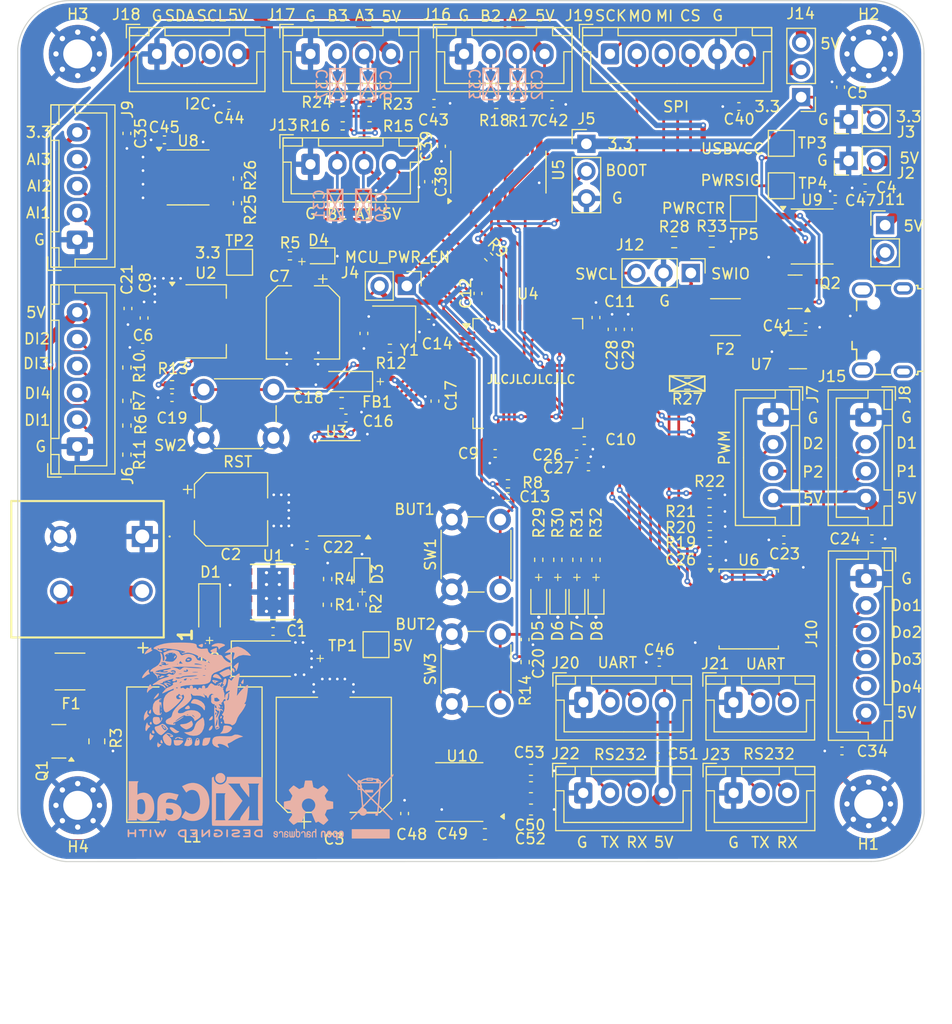
<source format=kicad_pcb>
(kicad_pcb (version 20240108) (generator "pcbnew") (generator_version "8.0")
  (title_block (title "${DOC_TYPE} Document") (date "2024-04-13") (rev "1.1") (company "${COMPANY}"))
  (layers (0 "F.Cu" signal "L1 (Sig, PWR)") (31 "B.Cu" signal "L6 (Sig, PWR)") (34 "B.Paste" user) (35 "F.Paste" user) (36 "B.SilkS" user "B.Silkscreen") (37 "F.SilkS" user "F.Silkscreen") (38 "B.Mask" user) (39 "F.Mask" user) (44 "Edge.Cuts" user))
  (property "BOARD_NAME" "STM32F4_GIMBAL_BOARD")
  (property "COMPANY" "HO CHI MINH CITY UNIVERSITY OF TECHNOLOGY")
  (property "DESIGNER" "NGUYEN PHU TIEN")
  (property "DOC_TYPE" "Fabrication")
  (property "PROJECT_NAME" "GIMBAL_BOARD")
  (property "RELEASE_DATE" "24/11/2024")
  (property "REVIEWER" "")
  (property "REVISION" "1.0")
  (property "VARIANT" "RELEASE")
  (net 0 "")
  (net 1 "Net-(U1-BOOT)")
  (net 2 "Net-(D2-K)")
  (net 3 "+24V")
  (net 4 "GND")
  (net 5 "+5V")
  (net 6 "+3.3V")
  (net 7 "/Project Architecture/MCU - IO - INTERFACE/BUTTON1")
  (net 8 "Net-(U4-PH0)")
  (net 9 "Net-(C15-Pad1)")
  (net 10 "+3.3VP")
  (net 11 "+3.3VA")
  (net 12 "/Project Architecture/MCU - IO - INTERFACE/Nrst")
  (net 13 "/Project Architecture/MCU - IO - INTERFACE/BUTTON2")
  (net 14 "Net-(U4-VCAP_1)")
  (net 15 "Net-(U4-VCAP_2)")
  (net 16 "Net-(J14-Pin_2)")
  (net 17 "Net-(J15-VBUS)")
  (net 18 "Net-(U10-C1-)")
  (net 19 "Net-(U10-C1+)")
  (net 20 "Net-(U10-C2+)")
  (net 21 "Net-(U10-C2-)")
  (net 22 "Net-(U10-VS+)")
  (net 23 "Net-(U10-VS-)")
  (net 24 "Net-(D1-A)")
  (net 25 "Net-(D3-A)")
  (net 26 "Net-(D4-A)")
  (net 27 "Net-(D5-A)")
  (net 28 "Net-(D6-A)")
  (net 29 "Net-(D7-A)")
  (net 30 "Net-(D8-A)")
  (net 31 "Net-(J1-Pin_2)")
  (net 32 "Net-(Q1-D)")
  (net 33 "Net-(Q2-D)")
  (net 34 "Net-(J5-Pin_2)")
  (net 35 "/Project Architecture/MCU - IO - INTERFACE/DI1_SOCKET")
  (net 36 "/Project Architecture/MCU - IO - INTERFACE/DI2_SOCKET")
  (net 37 "/Project Architecture/MCU - IO - INTERFACE/DI3_SOCKET")
  (net 38 "/Project Architecture/MCU - IO - INTERFACE/DI4_SOCKET")
  (net 39 "/Project Architecture/MCU - IO - INTERFACE/PWM2_OUT")
  (net 40 "/Project Architecture/MCU - IO - INTERFACE/DIR2_OUT")
  (net 41 "/Project Architecture/MCU - IO - INTERFACE/PWM1_OUT")
  (net 42 "/Project Architecture/MCU - IO - INTERFACE/DIR1_OUT")
  (net 43 "/Project Architecture/MCU - IO - INTERFACE/AI1")
  (net 44 "/Project Architecture/MCU - IO - INTERFACE/AI3")
  (net 45 "/Project Architecture/MCU - IO - INTERFACE/AI2")
  (net 46 "/Project Architecture/MCU - IO - INTERFACE/DO2_OUT")
  (net 47 "/Project Architecture/MCU - IO - INTERFACE/DO3_OUT")
  (net 48 "/Project Architecture/MCU - IO - INTERFACE/DO4_OUT")
  (net 49 "/Project Architecture/MCU - IO - INTERFACE/DO1_OUT")
  (net 50 "Net-(J11-Pin_2)")
  (net 51 "/Project Architecture/MCU - IO - INTERFACE/SWCLK")
  (net 52 "/Project Architecture/MCU - IO - INTERFACE/SWIO")
  (net 53 "/Project Architecture/MCU - IO - INTERFACE/ENC1_A_S")
  (net 54 "/Project Architecture/MCU - IO - INTERFACE/ENC1_B_S")
  (net 56 "/Project Architecture/MCU - IO - INTERFACE/D-")
  (net 57 "/Project Architecture/MCU - IO - INTERFACE/D+")
  (net 59 "Net-(J15-ID)")
  (net 62 "/Project Architecture/MCU - IO - INTERFACE/ENC2_B_S")
  (net 63 "/Project Architecture/MCU - IO - INTERFACE/ENC2_A_S")
  (net 64 "/Project Architecture/MCU - IO - INTERFACE/ENC3_B_S")
  (net 65 "/Project Architecture/MCU - IO - INTERFACE/ENC3_A_S")
  (net 66 "/Project Architecture/MCU - IO - INTERFACE/I2C_SCL")
  (net 67 "/Project Architecture/MCU - IO - INTERFACE/I2C_SDA")
  (net 68 "/Project Architecture/MCU - IO - INTERFACE/SPI_MOSI")
  (net 69 "/Project Architecture/MCU - IO - INTERFACE/SPI_SCK")
  (net 70 "/Project Architecture/MCU - IO - INTERFACE/SPI_CS")
  (net 71 "/Project Architecture/MCU - IO - INTERFACE/SPI_MISO")
  (net 72 "/Project Architecture/MCU - IO - INTERFACE/UART_IMU_RX")
  (net 73 "/Project Architecture/MCU - IO - INTERFACE/UART_IMU_TX")
  (net 74 "/Project Architecture/MCU - IO - INTERFACE/UART_DATA_TX")
  (net 75 "/Project Architecture/MCU - IO - INTERFACE/UART_DATA_RX")
  (net 76 "/Project Architecture/RS232/IMU_TX")
  (net 77 "/Project Architecture/RS232/IMU_RX")
  (net 78 "/Project Architecture/RS232/DATA_RX")
  (net 79 "/Project Architecture/RS232/DATA_TX")
  (net 80 "/Project Architecture/MCU - IO - INTERFACE/PWR_CTR")
  (net 81 "Net-(U1-VSENSE)")
  (net 82 "/Project Architecture/MCU - IO - INTERFACE/Boot0")
  (net 83 "Net-(U4-PH1)")
  (net 84 "/Project Architecture/MCU - IO - INTERFACE/DIR2")
  (net 85 "/Project Architecture/MCU - IO - INTERFACE/PWM2")
  (net 86 "/Project Architecture/MCU - IO - INTERFACE/DIR1")
  (net 87 "/Project Architecture/MCU - IO - INTERFACE/PWM1")
  (net 88 "/Project Architecture/MCU - IO - INTERFACE/USB_ID")
  (net 89 "Net-(U9A-+)")
  (net 90 "/Project Architecture/MCU - IO - INTERFACE/LED1")
  (net 91 "/Project Architecture/MCU - IO - INTERFACE/LED2")
  (net 92 "/Project Architecture/MCU - IO - INTERFACE/LED3")
  (net 93 "/Project Architecture/MCU - IO - INTERFACE/LED4")
  (net 99 "/Project Architecture/MCU - IO - INTERFACE/DI3")
  (net 100 "/Project Architecture/MCU - IO - INTERFACE/DI2")
  (net 101 "/Project Architecture/MCU - IO - INTERFACE/DI4")
  (net 104 "/Project Architecture/MCU - IO - INTERFACE/DI1")
  (net 106 "/Project Architecture/MCU - IO - INTERFACE/RS232_DATA_TX")
  (net 107 "/Project Architecture/MCU - IO - INTERFACE/ENC2_A")
  (net 109 "/Project Architecture/MCU - IO - INTERFACE/DO2")
  (net 110 "/Project Architecture/MCU - IO - INTERFACE/RS232_DATA_RX")
  (net 111 "/Project Architecture/MCU - IO - INTERFACE/RS232_IMU_TX")
  (net 112 "/Project Architecture/MCU - IO - INTERFACE/ENC3_A")
  (net 114 "/Project Architecture/MCU - IO - INTERFACE/DO1")
  (net 115 "/Project Architecture/MCU - IO - INTERFACE/DO3")
  (net 116 "/Project Architecture/MCU - IO - INTERFACE/USB_D-")
  (net 117 "/Project Architecture/MCU - IO - INTERFACE/ENC3_B")
  (net 118 "/Project Architecture/MCU - IO - INTERFACE/DO4")
  (net 119 "/Project Architecture/MCU - IO - INTERFACE/ENC1_A")
  (net 120 "/Project Architecture/MCU - IO - INTERFACE/RS232_IMU_RX")
  (net 121 "/Project Architecture/MCU - IO - INTERFACE/ENC2_B")
  (net 122 "/Project Architecture/MCU - IO - INTERFACE/USB_D+")
  (net 123 "/Project Architecture/MCU - IO - INTERFACE/ENC1_B")
  (footprint "Capacitor_SMD:C_0402_1005Metric" (layer "F.Cu") (at 220.491 100.245 90)
    (property "Reference" "C29")
    (property "Value" "100nF")
  )
  (footprint "Package_SO:SOIC-14_3.9x8.7mm_P1.27mm" (layer "F.Cu") (at 193.575 115.04 180)
    (property "Reference" "U3")
    (property "Value" "74HC14D")
  )
  (footprint "Capacitor_SMD:C_0402_1005Metric" (layer "F.Cu") (at 183.3 79.4)
    (property "Reference" "C44")
    (property "Value" "100nF")
  )
  (footprint "Resistor_SMD:R_0402_1005Metric" (layer "F.Cu") (at 173.8 109.2 90)
    (property "Reference" "R6")
    (property "Value" "10k 0402")
  )
  (footprint "MountingHole:MountingHole_2.7mm_M2.5_Pad_Via" (layer "F.Cu") (at 242.895 74.6)
    (property "Reference" "H2")
    (property "Value" "MountingHole_Pad")
  )
  (footprint "Package_SO:SOIC-14_3.9x8.7mm_P1.27mm" (layer "F.Cu") (at 208.4 85.6 90)
    (property "Reference" "U5")
    (property "Value" "74HC14D")
  )
  (footprint "Connector_JST:JST_XH_B6B-XH-A_1x06_P2.50mm_Vertical" (layer "F.Cu") (at 169.175 111.15 90)
    (property "Reference" "J6")
    (property "Value" "Conn_01x06_Socket")
  )
  (footprint "TestPoint:TestPoint_Pad_2.0x2.0mm" (layer "F.Cu") (at 231.225 89)
    (property "Reference" "TP5")
    (property "Value" "PWRCTR_TP")
  )
  (footprint "Diode_SMD:D_SOD-123" (layer "F.Cu") (at 181.4925 126.3 -90)
    (property "Reference" "D1")
    (property "Value" "SOD123-5V")
  )
  (footprint "Connector_JST:JST_XH_B4B-XH-A_1x04_P2.50mm_Vertical" (layer "F.Cu") (at 176.6 74.6)
    (property "Reference" "J18")
    (property "Value" "Conn_01x04_Socket")
  )
  (footprint "Package_SO:SSOP-20_5.3x7.2mm_P0.65mm" (layer "F.Cu") (at 231.719 126.283)
    (property "Reference" "U6")
    (property "Value" "SN74HCT245DBR")
  )
  (footprint "Resistor_SMD:R_0402_1005Metric" (layer "F.Cu") (at 217.495 121.7 -90)
    (property "Reference" "R32")
    (property "Value" "510")
  )
  (footprint "Connector_JST:JST_XH_B3B-XH-A_1x03_P2.50mm_Vertical" (layer "F.Cu") (at 230.295 134.97)
    (property "Reference" "J21")
    (property "Value" "Conn_01x03_Socket")
  )
  (footprint "Capacitor_SMD:C_0402_1005Metric" (layer "F.Cu") (at 173.8 82 -90)
    (property "Reference" "C35")
    (property "Value" "100nF")
  )
  (footprint "Capacitor_SMD:CP_Elec_6.3x7.7" (layer "F.Cu") (at 190.2 99.6 -90)
    (property "Reference" "C7")
    (property "Value" "RVT1E101M0607 100uF")
  )
  (footprint "Connector_JST:JST_XH_B3B-XH-A_1x03_P2.50mm_Vertical" (layer "F.Cu") (at 230.315 143.405)
    (property "Reference" "J23")
    (property "Value" "Conn_01x03_Socket")
  )
  (footprint "LED_SMD:LED_0603_1608Metric" (layer "F.Cu") (at 215.717 125.267 90)
    (property "Reference" "D7")
    (property "Value" "WHITE")
  )
  (footprint "Resistor_SMD:R_0402_1005Metric" (layer "F.Cu") (at 188.985 93.4)
    (property "Reference" "R5")
    (property "Value" "510 0402")
  )
  (footprint "Resistor_SMD:R_0402_1005Metric" (layer "F.Cu") (at 173.8 106.9 -90)
    (property "Reference" "R7")
    (property "Value" "10k 0402")
  )
  (footprint "Capacitor_SMD:C_0402_1005Metric" (layer "F.Cu") (at 216.4 110.6)
    (property "Reference" "C10")
    (property "Value" "100nF")
  )
  (footprint "Capacitor_SMD:C_0402_1005Metric" (layer "F.Cu") (at 199.66664 145.325 -90)
    (property "Reference" "C48")
    (property "Value" "100nF")
  )
  (footprint "Capacitor_SMD:C_0402_1005Metric" (layer "F.Cu") (at 240.4 139.5 180)
    (property "Reference" "C34")
    (property "Value" "100nF")
  )
  (footprint "Capacitor_SMD:C_0402_1005Metric" (layer "F.Cu") (at 228.1 121.745)
    (property "Reference" "C25" (hide yes))
    (property "Value" "100nF")
  )
  (footprint "Capacitor_SMD:C_0402_1005Metric" (layer "F.Cu") (at 201.9 86.5 -90)
    (property "Reference" "C38")
    (property "Value" "100nF")
  )
  (footprint "Resistor_SMD:R_0402_1005Metric" (layer "F.Cu") (at 210.891 131.225 -90)
    (property "Reference" "R14")
    (property "Value" "10K 0402")
  )
  (footprint "Package_TO_SOT_SMD:SOT-223-3_TabPin2" (layer "F.Cu") (at 181.15 99.5)
    (property "Reference" "U2")
    (property "Value" "AMS1117S-3.3")
  )
  (footprint "Fuse:Fuse_1812_4532Metric" (layer "F.Cu") (at 229.55 99.1)
    (property "Reference" "F2")
    (property "Value" "15V 500mA")
  )
  (footprint "Resistor_SMD:R_0402_1005Metric" (layer "F.Cu") (at 195.7 125.89 90)
    (property "Reference" "R2")
    (property "Value" "1K 0402")
  )
  (footprint "Button_Switch_THT:SW_PUSH_6mm" (layer "F.Cu") (at 204.069 124.453 90)
    (property "Reference" "SW1")
    (property "Value" "BUTTON1")
  )
  (footprint "Capacitor_SMD:C_0603_1608Metric" (layer "F.Cu") (at 211.43664 144.955 180)
    (property "Reference" "C52")
    (property "Value" "1uF 35V")
  )
  (footprint "Capacitor_SMD:CP_Elec_6.3x7.7" (layer "F.Cu") (at 183.5 117)
    (property "Reference" "C2")
    (property "Value" "RVT1E101M0607 100uF")
  )
  (footprint "Capacitor_SMD:C_0402_1005Metric" (layer "F.Cu") (at 239.775 88.125 180)
    (property "Reference" "C47")
    (property "Value" "100nF")
  )
  (footprint "Resistor_SMD:R_0402_1005Metric" (layer "F.Cu") (at 196.4 79.1)
    (property "Reference" "R23")
    (property "Value" "10k 0402")
  )
  (footprint "Resistor_SMD:R_0402_1005Metric" (layer "F.Cu") (at 193.9 79.1 180)
    (property "Reference" "R24")
    (property "Value" "10k 0402")
  )
  (footprint "Resistor_SMD:R_0402_1005Metric" (layer "F.Cu") (at 228.075 115.625)
    (property "Reference" "R22")
    (property "Value" "10k")
  )
  (footprint "LED_SMD:LED_0603_1608Metric" (layer "F.Cu") (at 212.161 125.267 90)
    (property "Reference" "D5")
    (property "Value" "YELLOW")
  )
  (footprint "Connector_JST:JST_XH_B6B-XH-A_1x06_P2.50mm_Vertical" (layer "F.Cu") (at 218.8 74.6)
    (property "Reference" "J19")
    (property "Value" "Conn_01x06_Socket")
  )
  (footprint "Resistor_SMD:R_0805_2012Metric" (layer "F.Cu") (at 171 138.6 -90)
    (property "Reference" "R3")
    (property "Value" "4k7 0805")
  )
  (footprint "Resistor_SMD:R_0402_1005Metric" (layer "F.Cu") (at 208.2 79.3 180)
    (property "Reference" "R18")
    (property "Value" "10k 0402")
  )
  (footprint "Resistor_SMD:R_0603_1608Metric_Pad0.98x0.95mm_HandSolder" (layer "F.Cu") (at 226 105.3 180)
    (property "Reference" "R27")
    (property "Value" "0 ohm 0603")
  )
  (footprint "Resistor_SMD:R_0402_1005Metric" (layer "F.Cu") (at 215.717 121.7 -90)
    (property "Reference" "R31")
    (property "Value" "510")
  )
  (footprint "Package_SO:TSSOP-16_4.4x5mm_P0.65mm" (layer "F.Cu") (at 204.75664 143.325 180)
    (property "Reference" "U10")
    (property "Value" "MAX3232IPW")
  )
  (footprint "Resistor_SMD:R_0402_1005Metric" (layer "F.Cu") (at 209.291 114.625)
    (property "Reference" "R8")
    (property "Value" "10K 0402")
  )
  (footprint "Resistor_SMD:R_0402_1005Metric" (layer "F.Cu") (at 192.47 125.89 90)
    (property "Reference" "R1")
    (property "Value" "10K 0402")
  )
  (footprint "Capacitor_SMD:C_0402_1005Metric" (layer "F.Cu") (at 195.875 100.625 -90)
    (property "Reference" "C15" (hide yes))
    (property "Value" "10pF")
  )
  (footprint "Resistor_SMD:R_0402_1005Metric" (layer "F.Cu") (at 210.7 79.3 180)
    (property "Reference" "R17")
    (property "Value" "10k 0402")
  )
  (footprint "Inductor_SMD:L_0603_1608Metric" (layer "F.Cu") (at 193.8 107.1)
    (property "Reference" "FB1")
    (property "Value" "120Ω@100MHz")
  )
  (footprint "Resistor_SMD:R_0603_1608Metric" (layer "F.Cu") (at 224.775 92.125)
    (property "Reference" "R28")
    (property "Value" "10K 0603")
  )
  (footprint "Capacitor_SMD:C_0402_1005Metric" (layer "F.Cu") (at 202.4 79.2)
    (property "Reference" "C43")
    (property "Value" "100nF")
  )
  (footprint "MountingHole:MountingHole_2.7mm_M2.5_Pad_Via" (layer "F.Cu") (at 169.22 144.56)
    (property "Reference" "H4")
    (property "Value" "MountingHole_Pad")
  )
  (footprint "Capacitor_SMD:C_0402_1005Metric" (layer "F.Cu") (at 203.1 83.2 -90)
    (property "Reference" "C39")
    (property "Value" "100nF")
  )
  (footprint "LIB:KF142R5082P" (layer "F.Cu") (at 175.23 119.53 -90)
    (property "Reference" "J1")
    (property "Value" "24V DOMINO" (hide yes))
  )
  (footprint "Capacitor_SMD:C_0402_1005Metric" (layer "F.Cu") (at 234.991 119.845 180)
    (property "Reference" "C23")
    (property "Value" "100nF")
  )
  (footprint "Capacitor_SMD:C_0402_1005Metric" (layer "F.Cu") (at 218.991 100.245 90)
    (property "Reference" "C28")
    (property "Value" "2.2uF")
  )
  (footprint "Resistor_SMD:R_0402_1005Metric" (layer "F.Cu") (at 173.8 111.91 -90)
    (property "Reference" "R11")
    (property "Value" "10k 0402")
  )
  (footprint "Capacitor_SMD:C_0402_1005Metric" (layer "F.Cu") (at 223.271 140.045)
    (property "Reference" "C51")
    (property "Value" "100nF")
  )
  (footprint "MountingHole:MountingHole_2.7mm_M2.5_Pad_Via" (layer "F.Cu") (at 169.22 74.6)
    (property "Reference" "H3")
    (property "Value" "MountingHole_Pad")
  )
  (footprint "Capacitor_SMD:C_0402_1005Metric" (layer "F.Cu") (at 216.791 113.045)
    (property "Reference" "C27")
    (property "Value" "100nF")
  )
  (footprint "Capacitor_SMD:C_0402_1005Metric" (layer "F.Cu") (at 209.291 115.825 180)
    (property "Reference" "C13")
    (property "Value" "100nF")
  )
  (footprint "Capacitor_SMD:CP_Elec_10x10.5" (layer "F.Cu") (at 193.07 139.86 90)
    (property "Reference" "C3")
    (property "Value" "RVT1V471M1010 470uF")
  )
  (footprint "Capacitor_Tantalum_SMD:CP_EIA-3216-18_Kemet-A_Pad1.58x1.35mm_HandSolder" (layer "F.Cu") (at 194.2 105.1 180)
    (property "Reference" "C18")
    (property "Value" "10uF Tantalum")
  )
  (footprint "Resistor_SMD:R_0402_1005Metric" (layer "F.Cu") (at 184.1 88.5 90)
    (property "Reference" "R25")
    (property "Value" "4.7K")
  )
  (footprint "Connector_JST:JST_XH_B4B-XH-A_1x04_P2.50mm_Vertical" (layer "F.Cu") (at 205.2 74.6)
    (property "Reference" "J16")
    (property "Value" "Conn_01x04_Socket")
  )
  (footprint "Connector_JST:JST_XH_B5B-XH-A_1x05_P2.50mm_Vertical" (layer "F.Cu") (at 169.175 91.9 90)
    (property "Reference" "J9")
    (property "Value" "Conn_01x05_Socket")
  )
  (footprint "Capacitor_SMD:C_0603_1608Metric" (layer "F.Cu") (at 211.43164 141.255 180)
    (property "Reference" "C53")
    (property "Value" "1uF 35V")
  )
  (footprint "Resistor_SMD:R_0402_1005Metric" (layer "F.Cu") (at 228.1 120)
    (property "Reference" "R19")
    (property "Value" "10k")
  )
  (footprint "LED_SMD:LED_0603_1608Metric" (layer "F.Cu") (at 191.685 93.4 180)
    (property "Reference" "D4")
    (property "Value" "LED_RED")
  )
  (footprint "Capacitor_SMD:C_0402_1005Metric" (layer "F.Cu") (at 240.275 77.7 90)
    (property "Reference" "C5")
    (property "Value" "100nF")
  )
  (footprint "Resistor_SMD:R_0402_1005Metric" (layer "F.Cu") (at 178 105.4)
    (property "Reference" "R13")
    (property "Value" "10K 0402")
  )
  (footprint "Resistor_SMD:R_0402_1005Metric" (layer "F.Cu") (at 212.161 121.7 -90)
    (property "Reference" "R29")
    (property "Value" "510")
  )
  (footprint "Package_SO:SOIC-8_3.9x4.9mm_P1.27mm" (layer "F.Cu") (at 179.5 86.1)
    (property "Reference" "U8")
    (property "Value" "AT24C256C")
  )
  (footprint "Connector_JST:JST_XH_B4B-XH-A_1x04_P2.50mm_Vertical" (layer "F.Cu") (at 242.627 108.445 -90)
    (property "Reference" "J8")
    (property "Value" "Conn_01x04_Socket")
  )
  (footprint "Capacitor_SMD:C_0402_1005Metric" (layer "F.Cu") (at 201.9 98.95)
    (property "Reference" "C14")
    (property "Value" "10pF")
  )
  (footprint "Connector_PinHeader_2.54mm:PinHeader_1x03_P2.54mm_Vertical" (layer "F.Cu") (at 216.6 82.975)
    (property "Reference" "J5")
    (property "Value" "BOOT CONN")
  )
  (footprint "Connector_JST:JST_XH_B6B-XH-A_1x06_P2.50mm_Vertical" (layer "F.Cu") (at 242.652 123.445 -90)
    (property "Reference" "J10")
    (property "Value" "Conn_01x06_Socket")
  )
  (footprint "Capacitor_SMD:C_0402_1005Metric" (layer "F.Cu") (at 178 106.6 180)
    (property "Reference" "C19")
    (property "Value" "100nF")
  )
  (footprint "Button_Switch_THT:SW_PUSH_6mm" (layer "F.Cu") (at 187.45 110.35 180)
    (property "Reference" "SW2")
    (property "Value" "RESET_SW")
  )
  (footprint "Capacitor_SMD:C_0402_1005Metric" (layer "F.Cu") (at 206.5 96.9 90)
    (property "Reference" "C12")
    (property "Value" "100nF")
  )
  (footprint "Package_TO_SOT_SMD:SOT-23-6" (layer "F.Cu") (at 236.3 102.35)
    (property "Reference" "U7")
    (property "Value" "USBLC6-2SC6")
  )
  (footprint "Connector_JST:JST_XH_B4B-XH-A_1x04_P2.50mm_Vertical" (layer "F.Cu") (at 216.305 143.405)
    (property "Reference" "J22")
    (property "Value" "Conn_01x04_Socket")
  )
  (footprint "Connector_USB:USB_Micro-B_Wuerth_629105150521" (layer "F.Cu") (at 244.17 100.305 90)
    (property "Reference" "J15")
    (property "Value" "USB_B_Micro")
  )
  (footprint "Connector_JST:JST_XH_B4B-XH-A_1x04_P2.50mm_Vertical" (layer "F.Cu") (at 233.991 108.445 -90)
    (property "Reference" "J7")
    (property "Value" "Conn_01x04_Socket")
  )
  (footprint "Capacitor_SMD:C_0402_1005Metric" (layer "F.Cu") (at 242.555 87.075 180)
    (property "Reference" "C4")
    (property "Value" "100nF")
  )
  (footprint "Connector_JST:JST_XH_B4B-XH-A_1x04_P2.50mm_Vertical" (layer "F.Cu") (at 190.9 74.6)
    (property "Reference" "J17")
    (property "Value" "Conn_01x04_Socket")
  )
  (footprint "Capacitor_SMD:C_0402_1005Metric" (layer "F.Cu") (at 230.8 79.5 180)
    (property "Reference" "C40")
    (property "Value" "100nF")
  )
  (footprint "LED_SMD:LED_0603_1608Metric" (layer "F.Cu") (at 195.7 123.025 -90)
    (property "Reference" "D3")
    (property "Value" "LED_GREEN")
  )
  (footprint "Capacitor_SMD:C_0402_1005Metric" (layer "F.Cu") (at 223.391 131.245)
    (property "Reference" "C46")
    (property "Value" "100nF")
  )
  (footprint "Capacitor_SMD:C_0402_1005Metric" (layer "F.Cu") (at 237.025 100.05)
    (property "Reference" "C41")
    (property "Value" "100nF")
  )
  (footprint "Capacitor_SMD:C_0603_1608Metric" (layer "F.Cu") (at 211.43164 142.875)
    (property "Reference" "C50")
    (property "Value" "1uF 35V")
  )
  (footprint "Resistor_SMD:R_0402_1005Metric" (layer "F.Cu") (at 207.5 93.5 -45)
    (property "Reference" "R9")
    (property "Value" "10K 0402")
  )
  (footprint "Capacitor_SMD:C_0402_1005Metric" (layer "F.Cu") (at 217.491 99.145 90)
    (property "Reference" "C11")
    (property "Value" "100nF")
  )
  (footprint "Capacitor_SMD:C_0402_1005Metric" (layer "F.Cu") (at 177.3 82.6)
    (property "Reference" "C45")
    (property "Value" "100nF")
  )
  (footprint "Capacitor_SMD:C_0402_1005Metric" (layer "F.Cu") (at 213.4 79.3)
    (property "Reference" "C42")
    (property "Value" "100nF")
  )
  (footprint "Package_QFP:LQFP-64_10x10mm_P0.5mm" (layer "F.Cu") (at 211.145 104.352)
    (property "Reference" "U4")
    (property "Value" "STM32F405RGTx")
  )
  (footprint "Capacitor_SMD:C_0603_1608Metric" (layer "F.Cu") (at 207.14664 147.245)
    (property "Reference" "C49")
    (property "Value" "1uF 35V")
  )
  (footprint "TestPoint:TestPoint_Pad_2.0x2.0mm" (layer "F.Cu") (at 234.75 86.875)
    (property "Reference" "TP4")
    (property "Value" "PWRSIG_TP")
  )
  (footprint "Package_TO_SOT_SMD:SOT-23" (layer "F.Cu") (at 236.0375 96.75 180)
    (property "Reference" "Q2")
    (property "Value" "AO3401A")
  )
  (footprint "Connector_JST:JST_XH_B4B-XH-A_1x04_P2.50mm_Vertical" (layer "F.Cu") (at 216.325 134.97)
    (property "Reference" "J20")
    (property "Value" "Conn_01x04_Socket")
  )
  (footprint "LED_SMD:LED_0603_1608Metric" (layer "F.Cu") (at 217.495 125.267 90)
    (property "Reference" "D8")
    (property "Value" "ORGRANGE")
  )
  (footprint "Diode_SMD:D_SMA" (layer "F.Cu") (at 187.0325 130.91)
    (property "Reference" "D2")
    (property "Value" "SS34")
  )
  (footprint "Capacitor_SMD:C_0402_1005Metric" (layer "F.Cu") (at 175.27 101.9 180)
    (property "Reference" "C6")
    (property "Value" "100nF")
  )
  (footprint "Fuse:Fuse_1812_4532Metric" (layer "F.Cu") (at 168.5 132.1)
    (property "Reference" "F1")
    (property "Value" "30V 200mA")
  )
  (footprint "MountingHole:MountingHole_2.7mm_M2.5_Pad_Via" (layer "F.Cu") (at 242.895 144.431)
    (property "Reference" "H1")
    (property "Value" "MountingHole_Pad")
  )
  (footprint "Capacitor_SMD:C_0402_1005Metric" (layer "F.Cu") (at 208.1 111.8 180)
    (property "Reference" "C9")
    (property "Value" "100nF")
  )
  (footprint "TestPoint:TestPoint_Pad_2.0x2.0mm" (layer "F.Cu") (at 197 129.6)
    (property "Reference" "TP1")
    (property "Value" "5V TestPoint")
  )
  (footprint "Connector_PinHeader_2.54mm:PinHeader_1x02_P2.54mm_Vertical" (layer "F.Cu") (at 199.875 96.2 -90)
    (property "Reference" "J4")
    (property "Value" "MCU_3.3_CONN")
  )
  (footprint "Resistor_SMD:R_0603_1608Metric" (layer "F.Cu") (at 228.275 92.075)
    (property "Reference" "R33")
    (property "Value" "2.2K 0603")
  )
  (footprint "Capacitor_SMD:C_0402_1005Metric" (layer "F.Cu") (at 173.9 98.3 -90)
    (property "Reference" "C21")
    (property "Value" "100nF")
  )
  (footprint "Button_Switch_THT:SW_PUSH_6mm" (layer "F.Cu") (at 204.069 135.121 90)
    (property "Reference" "SW3")
    (property "Value" "BUTTON2")
  )
  (footprint "Capacitor_SMD:C_0402_1005Metric" (layer "F.Cu") (at 202.491 106.925 90)
    (property "Reference" "C17")
    (property "Value" "100nF")
  )
  (footprint "Resistor_SMD:R_0402_1005Metric" (layer "F.Cu") (at 228.075 117.2)
    (property "Reference" "R21")
    (property "Value" "10k")
  )
  (footprint "Connector_PinHeader_2.54mm:PinHeader_1x02_P2.54mm_Vertical" (layer "F.Cu") (at 244.425 90.55)
    (property "Reference" "J11")
    (property "Value" "Conn_01x02_Pin")
  )
  (footprint "Resistor_SMD:R_0402_1005Metric" (layer "F.Cu") (at 213.939 121.7 -90)
    (property "Reference" "R30")
    (property "Value" "510")
  )
  (footprint "Resistor_SMD:R_0402_1005Metric" (layer "F.Cu") (at 173.8 103.8 -90)
    (property "Reference" "R10")
    (property "Value" "10k 0402")
  )
  (footprint "Package_SO:TI_SO-PowerPAD-8_ThermalVias" (layer "F.Cu") (at 187.4 124.7 180)
    (property "Reference" "U1")
    (property "Value" "TPS5430DDA")
  )
  (footprint "Inductor_SMD:L_12x12mm_H8mm" (layer "F.Cu") (at 180.09 139.84 -90)
    (property "Reference" "L1")
    (property "Value" "100uH")
  )
  (footprint "Resistor_SMD:R_0402_1005Metric" (layer "F.Cu") (at 192.5 123.49 90)
    (property "Reference" "R4")
    (property "Value" "3.3K 0402")
  )
  (footprint "Resistor_SMD:R_0402_1005Metric" (layer "F.Cu") (at 184.1 86.2 -90)
    (property "Reference" "R26")
    (property "Value" "4.7K")
  )
  (footprint "Connector_PinHeader_2.54mm:PinHeader_1x02_P2.54mm_Vertical" (layer "F.Cu") (at 241.025 84.55 90)
    (property "Reference" "J2")
    (property "Value" "5V_CONNECTOR")
  )
  (footprint "TestPoint:TestPoint_Pad_2.0x2.0mm" (layer "F.Cu") (at 234.75 82.925)
    (property "Reference" "TP3")
    (property "Value" "USB PW TestPoint")
  )
  (footprint "Package_SO:SOIC-8_3.9x4.9mm_P1.27mm" (layer "F.Cu") (at 237.625 91.6)
    (property "Reference" "U9")
    (property "Value" "LM358")
  )
  (footprint "Resistor_SMD:R_0402_1005Metric" (layer "F.Cu") (at 228.1 118.6)
    (property "Reference" "R20")
    (property "Value" "10k")
  )
  (footprint "Connector_JST:JST_XH_B4B-XH-A_1x04_P2.50mm_Vertical" (layer "F.Cu") (at 190.9 84.875)
    (property "Reference" "J13")
    (property "Value" "Conn_01x04_Socket")
  )
  (footprint "Capacitor_SMD:C_0402_1005Metric" (layer "F.Cu") (at 175.4 99.19 90)
    (property "Reference" "C8")
    (property "Value" "100nF")
  )
  (footprint "Resistor_SMD:R_0402_1005Metric" (layer "F.Cu") (at 193.9 81.3 180)
    (property "Reference" "R16")
    (property "Value" "10k 0402")
  )
  (footprint "Capacitor_SMD:C_0402_1005Metric" (layer "F.Cu") (at 243.191 119.745)
    (property "Reference" "C24")
    (property "Value" "100nF")
  )
  (footprint "Resistor_SMD:R_0402_1005Metric" (layer "F.Cu") (at 196.4 81.3 180)
    (property "Reference" "R15")
    (property "Value" "10k 0402")
  )
  (footprint "Capacitor_SMD:C_0402_1005Metric" (layer "F.Cu") (at 210.891 129.125 -90)
    (property "Reference" "C20")
    (property "Value" "100nF")
  )
  (footprint "TestPoint:TestPoint_Pad_2.0x2.0mm" (layer "F.Cu") (at 184.3 94)
    (property "Reference" "TP2")
    (property "Value" "3.3V TestPoint")
  )
  (footprint "Connector_PinHeader_2.54mm:PinHeader_1x03_P2.54mm_Vertical" (layer "F.Cu") (at 236.6 78.625 180)
    (property "Reference" "J14")
    (property "Value" "Conn_01x03_Pin")
  )
  (footprint "Capacitor_SMD:C_0402_1005Metric" (layer "F.Cu") (at 187.4125 128.37 180)
    (property "Reference" "C1")
    (property "Value" "10nF")
  )
  (footprint "Connector_PinHeader_2.54mm:PinHeader_1x03_P2.54mm_Vertical" (layer "F.Cu") (at 226.325 95 -90)
    (property "Reference" "J12")
    (property "Value" "Conn_01x03_Pin")
  )
  (footprint "Capacitor_SMD:C_0402_1005Metric" (layer "F.Cu") (at 190.575 120.34 180)
    (property "Reference" "C22")
    (property "Value" "100nF")
  )
  (footprint "Package_TO_SOT_SMD:SOT-23" (layer "F.Cu") (at 167.4625 138.6 180)
    (property "Reference" "Q1")
    (property "Value" "AO3401A")
  )
  (footprint "Connector_PinHeader_2.54mm:PinHeader_1x02_P2.54mm_Vertical" (layer "F.Cu") (at 241.025 80.7 90)
    (property "Reference" "J3")
    (property "Value" "3.3V_CONNECTOR")
  )
  (footprint "Capacitor_SMD:C_0402_1005Metric" (layer "F.Cu") (at 215.691 111.845)
    (property "Reference" "C26")
    (property "Value" "2.2uF")
  )
  (footprint "LED_SMD:LED_0603_1608Metric" (layer "F.Cu") (at 213.939 125.267 90)
    (property "Reference" "D6")
    (property "Value" "BLUE")
  )
  (footprint "Crystal:Crystal_SMD_3225-4Pin_3.2x2.5mm" (layer "F.Cu") (at 198.691 99.725 180)
    (property "Reference" "Y1")
    (property "Value" "X322516MLB4SI-16MHz")
  )
  (footprint "Capacitor_SMD:C_0402_1005Metric" (layer "F.Cu") (at 194.2 108.5)
    (property "Reference" "C16")
    (property "Value" "100nF")
  )
  (footprint "Resistor_SMD:R_0402_1005Metric" (layer "F.Cu") (at 198.296 102.011)
    (property "Reference" "R12")
    (property "Value" "100 0402")
  )
  (footprint "Capacitor_SMD:C_0603_1608Metric" (layer "B.Cu") (at 207.675 77.4 -90)
    (property "Reference" "C33")
    (property "Value" "? F")
  )
  (footprint "Capacitor_SMD:C_0603_1608Metric" (layer "B.Cu") (at 196.25 77.425 -90)
    (property "Reference" "C36")
    (property "Value" "? F")
  )
  (footprint "LOGO" (layer "B.Cu") (at 180.55 134.37 180)
    (property "Reference" "G***")
    (property "Value" "LOGO" (hide yes))
  )
  (footprint "Capacitor_SMD:C_0603_1608Metric" (layer "B.Cu") (at 193.15 88.65 -90)
    (property "Reference" "C31")
    (property "Value" "? F")
  )
  (footprint "Symbol:KiCad-Logo2_5mm_SilkScreen" (layer "B.Cu") (at 180.16 144.53 180)
    (property "Reference" "REF**" (hide yes))
    (property "Value" "KiCad-Logo2_5mm_SilkScreen" (hide yes))
  )
  (footprint "Symbol:OSHW-Logo2_7.3x6mm_SilkScreen" (layer "B.Cu") (at 190.72 145.01 180)
    (property "Reference" "REF**" (hide yes))
    (property "Value" "OSHW-Logo2_7.3x6mm_SilkScreen" (hide yes))
  )
  (footprint "Capacitor_SMD:C_0603_1608Metric" (layer "B.Cu") (at 195.825 88.65 -90)
    (property "Reference" "C30")
    (property "Value" "? F")
  )
  (footprint "Symbol:WEEE-Logo_4.2x6mm_SilkScreen" (layer "B.Cu") (at 196.5 144.63 180)
    (property "Reference" "REF**" (hide yes))
    (property "Value" "WEEE-Logo_4.2x6mm_SilkScreen" (hide yes))
  )
  (footprint "Capacitor_SMD:C_0603_1608Metric" (layer "B.Cu") (at 210.175 77.425 -90)
    (property "Reference" "C32")
    (property "Value" "? F")
  )
  (footprint "Capacitor_SMD:C_0603_1608Metric" (layer "B.Cu") (at 193.425 77.425 -90)
    (property "Reference" "C37")
    (property "Value" "? F")
  )
  (gr_line (start 195.55 78.875) (end 196.975 75.975) (stroke (width 0.15)) (layer "B.SilkS"))
  (gr_line (start 206.975 75.95) (end 206.975 78.85) (stroke (width 0.15)) (layer "B.SilkS"))
  (gr_line (start 209.5 78.9) (end 210.925 78.9) (stroke (width 0.15)) (layer "B.SilkS"))
  (gr_line (start 192.475 90.125) (end 193.9 90.125) (stroke (width 0.15)) (layer "B.SilkS"))
  (gr_line (start 192.475 90.125) (end 193.9 87.225) (stroke (width 0.15)) (layer "B.SilkS"))
  (gr_line (start 195.55 75.975) (end 196.975 78.875) (stroke (width 0.15)) (layer "B.SilkS"))
  (gr_line (start 209.5 76) (end 209.5 78.9) (stroke (width 0.15)) (layer "B.SilkS"))
  (gr_line (start 195.125 90.1) (end 196.55 90.1) (stroke (width 0.15)) (layer "B.SilkS"))
  (gr_line (start 206.975 75.95) (end 208.4 78.85) (stroke (width 0.15)) (layer "B.SilkS"))
  (gr_line (start 194.125 78.875) (end 194.125 75.975) (stroke (width 0.15)) (layer "B.SilkS"))
  (gr_line (start 206.975 78.85) (end 208.4 75.95) (stroke (width 0.15)) (layer "B.SilkS"))
  (gr_line (start 208.4 78.85) (end 208.4 75.95) (stroke (width 0.15)) (layer "B.SilkS"))
  (gr_line (start 196.975 78.875) (end 196.975 75.975) (stroke (width 0.15)) (layer "B.SilkS"))
  (gr_line (start 196.55 87.2) (end 195.125 87.2) (stroke (width 0.15)) (layer "B.SilkS"))
  (gr_line (start 192.475 87.225) (end 193.9 90.125) (stroke (width 0.15)) (layer "B.SilkS"))
  (gr_line (start 210.925 76) (end 209.5 76) (stroke (width 0.15)) (layer "B.SilkS"))
  (gr_line (start 192.7 78.875) (end 194.125 75.975) (stroke (width 0.15)) (layer "B.SilkS"))
  (gr_line (start 193.9 87.225) (end 192.475 87.225) (stroke (width 0.15)) (layer "B.SilkS"))
  (gr_line (start 193.9 90.125) (end 193.9 87.225) (stroke (width 0.15)) (layer "B.SilkS"))
  (gr_line (start 196.55 90.1) (end 196.55 87.2) (stroke (width 0.15)) (layer "B.SilkS"))
  (gr_line (start 195.55 75.975) (end 195.55 78.875) (stroke (width 0.15)) (layer "B.SilkS"))
  (gr_line (start 206.975 78.85) (end 208.4 78.85) (stroke (width 0.15)) (layer "B.SilkS"))
  (gr_line (start 195.125 90.1) (end 196.55 87.2) (stroke (width 0.15)) (layer "B.SilkS"))
  (gr_line (start 192.7 75.975) (end 194.125 78.875) (stroke (width 0.15)) (layer "B.SilkS"))
  (gr_line (start 209.5 78.9) (end 210.925 76) (stroke (width 0.15)) (layer "B.SilkS"))
  (gr_line (start 195.125 87.2) (end 196.55 90.1) (stroke (width 0.15)) (layer "B.SilkS"))
  (gr_line (start 196.975 75.975) (end 195.55 75.975) (stroke (width 0.15)) (layer "B.SilkS"))
  (gr_line (start 195.55 78.875) (end 196.975 78.875) (stroke (width 0.15)) (layer "B.SilkS"))
  (gr_line (start 192.475 87.225) (end 192.475 90.125) (stroke (width 0.15)) (layer "B.SilkS"))
  (gr_line (start 194.125 75.975) (end 192.7 75.975) (stroke (width 0.15)) (layer "B.SilkS"))
  (gr_line (start 208.4 75.95) (end 206.975 75.95) (stroke (width 0.15)) (layer "B.SilkS"))
  (gr_line (start 192.7 78.875) (end 194.125 78.875) (stroke (width 0.15)) (layer "B.SilkS"))
  (gr_line (start 209.5 76) (end 210.925 78.9) (stroke (width 0.15)) (layer "B.SilkS"))
  (gr_line (start 210.925 78.9) (end 210.925 76) (stroke (width 0.15)) (layer "B.SilkS"))
  (gr_line (start 195.125 87.2) (end 195.125 90.1) (stroke (width 0.15)) (layer "B.SilkS"))
  (gr_line (start 192.7 75.975) (end 192.7 78.875) (stroke (width 0.15)) (layer "B.SilkS"))
  (gr_line (start 224.35 106) (end 227.625 106) (stroke (width 0.15)) (layer "F.SilkS"))
  (gr_line (start 224.35 106) (end 227.625 104.6) (stroke (width 0.15)) (layer "F.SilkS"))
  (gr_line (start 227.625 106) (end 227.625 104.6) (stroke (width 0.15)) (layer "F.SilkS"))
  (gr_line (start 227.625 104.6) (end 224.35 104.575) (stroke (width 0.15)) (layer "F.SilkS"))
  (gr_line (start 224.35 104.575) (end 224.35 106) (stroke (width 0.15)) (layer "F.SilkS"))
  (gr_line (start 224.35 104.575) (end 227.625 106) (stroke (width 0.15)) (layer "F.SilkS"))
  (gr_arc (start 248.06 145.29) (mid 246.471164 148.499856) (end 243.128988 149.787266) (stroke (width 0.1)) (layer "Edge.Cuts"))
  (gr_line (start 163.628988 74.127266) (end 163.632734 144.868988) (stroke (width 0.1)) (layer "Edge.Cuts"))
  (gr_line (start 168.13 149.8) (end 243.128988 149.787266) (stroke (width 0.1)) (layer "Edge.Cuts"))
  (gr_line (start 243.542733 69.638988) (end 168.56 69.63) (stroke (width 0.1)) (layer "Edge.Cuts"))
  (gr_arc (start 163.628988 74.127266) (mid 165.217824 70.917411) (end 168.56 69.63) (stroke (width 0.1)) (layer "Edge.Cuts"))
  (gr_arc (start 168.13 149.8) (mid 164.920144 148.211164) (end 163.632734 144.868988) (stroke (width 0.1)) (layer "Edge.Cuts"))
  (gr_arc (start 243.542733 69.638988) (mid 246.752588 71.227824) (end 248.039999 74.57) (stroke (width 0.1)) (layer "Edge.Cuts"))
  (gr_line (start 248.06 145.29) (end 248.039999 74.57) (stroke (width 0.1)) (layer "Edge.Cuts"))
  (gr_text "DI1" (at 165.45 108.7 0) (layer "F.SilkS") (effects (font (size 1 1))))
  (gr_text "G" (at 190.9 71.075 0) (layer "F.SilkS") (effects (font (size 1 1))))
  (gr_text "+\n" (at 215.716666 123.275 0) (layer "F.SilkS") (effects (font (size 0.8 0.8) (thickness 0.1))))
  (gr_text "+\n" (at 191.8 130.825 0) (layer "F.SilkS") (effects (font (size 0.8 0.8) (thickness 0.1))))
  (gr_text "Do3\n" (at 246.425 130.95 0) (layer "F.SilkS") (effects (font (size 1 1))))
  (gr_text "G" (at 165.775 111.15 0) (layer "F.SilkS") (effects (font (size 1 1))))
  (gr_text "P1\n" (at 246.425 113.475 0) (layer "F.SilkS") (effects (font (size 1 1))))
  (gr_text "3.3" (at 233.45 79.5 0) (layer "F.SilkS") (effects (font (size 1 1))))
  (gr_text "A3" (at 195.95 71.025 0) (layer "F.SilkS") (effects (font (size 1 1))))
  (gr_text "SWCL\n" (at 217.5 95.1 0) (layer "F.SilkS") (effects (font (size 1 1))))
  (gr_text "SCK" (at 218.875 71.05 0) (layer "F.SilkS") (effects (font (size 1 1))))
  (gr_text "G" (at 228.825 71.025 0) (layer "F.SilkS") (effects (font (size 1 1))))
  (gr_text "+\n" (at 197.4 105.05 0) (layer "F.SilkS") (effects (font (size 0.8 0.8) (thickness 0.1))))
  (gr_text "A1" (at 195.95 89.475 0) (layer "F.SilkS") (effects (font (size 1 1))))
  (gr_text "BOOT" (at 220.3 85.45 0) (layer "F.SilkS") (effects (font (size 1 1))))
  (gr_text "MI" (at 223.875 71.075 0) (layer "F.SilkS") (effects (font (size 1 1))))
  (gr_text "JLCJLCJLCJLC" (at 211.45 104.9 0) (layer "F.SilkS") (effects (font (size 0.8 0.8))))
  (gr_text "G" (at 190.9 89.475 0) (layer "F.SilkS") (effects (font (size 1 1))))
  (gr_text "5V\n" (at 246.425 115.975 0) (layer "F.SilkS") (effects (font (size 1 1))))
  (gr_text "5V\n" (at 198.45 89.5 0) (layer "F.SilkS") (effects (font (size 1 1))))
  (gr_text "AI2" (at 165.65 86.9 0) (layer "F.SilkS") (effects (font (size 1 1))))
  (gr_text "5V\n" (at 223.8 148 0) (layer "F.SilkS") (effects (font (size 1 1))))
  (gr_text "RS232\n" (at 233.6 139.775 0) (layer "F.SilkS") (effects (font (size 1 1))))
  (gr_text "G" (at 216.2 148 0) (layer "F.SilkS") (effects (font (size 1 1))))
  (gr_text "G" (at 165.65 91.9 0) (layer "F.SilkS") (effects (font (size 1 1))))
  (gr_text "+\n" (at 213.933333 123.275 0) (layer "F.SilkS") (effects (font (size 0.8 0.8) (thickness 0.1))))
  (gr_text "G" (at 223.875 97.6 0) (layer "F.SilkS") (effects (font (size 1 1))))
  (gr_text "I2C" (at 180.4 79.25 0) (layer "F.SilkS") (effects (font (size 1 1))))
  (gr_text "Do1" (at 246.425 125.95 0) (layer "F.SilkS") (effects (font (size 1 1))))
  (gr_text "A2" (at 210.225 71.025 0) (layer "F.SilkS") (effects (font (size 1 1))))
  (gr_text "3.3" (at 181.35 93.125 0) (layer "F.SilkS") (effects (font (size 1 1))))
  (gr_text "5V\n" (at 184.125 71 0) (layer "F.SilkS") (effects (font (size 1 1))))
  (gr_text "DI4" (at 165.475 106.2 0) (layer "F.SilkS") (effects (font (size 1 1))))
  (gr_text "5V\n" (at 246.675 84.3 0) (layer "F.SilkS") (effects (font (size 1 1))))
  (gr_text "G" (at 176.6 71.05 0) (layer "F.SilkS") (effects (font (size 1 1))))
  (gr_text "5V\n" (at 237.7 116.025 0) (layer "F.SilkS") (effects (font (size 1 1))))
  (gr_text "G" (at 230.3 148.02 0) (layer "F.SilkS") (effects (font (size 1 1))))
  (gr_text "B3" (at 193.425 71.05 0) (layer "F.SilkS") (effects (font (size 1 1))))
  (gr_text "RS232\n" (at 219.7 139.825 0) (layer "F.SilkS") (effects (font (size 1 1))))
  (gr_text "SPI" (at 224.95 79.525 0) (layer "F.SilkS") (effects (font (size 1 1))))
  (gr_text "C26\n" (at 225.375 121.7 0) (layer "F.SilkS") (effects (font (size 1 1))))
  (gr_text "CS" (at 226.275 71.05 0) (layer "F.SilkS") (effects (font (size 1 1))))
  (gr_text "PWM" (at 229.45 111.25 90) (layer "F.SilkS") (effects (font (size 1 1))))
  (gr_text "5V\n" (at 198.425 71.125 0) (layer "F.SilkS") (effects (font (size 1 1))))
  (gr_text "SCL" (at 181.675 71.05 0) (layer "F.SilkS") (effects (font (size 1 1))))
  (gr_text "+" (at 175.3 129.8 0) (layer "F.SilkS") (effects (font (size 1.2 1.2))))
  (gr_text "Do2\n" (at 246.425 128.45 0) (layer "F.SilkS") (effects (font (size 1 1))))
  (gr_text "TX\n" (at 218.8 148 0) (layer "F.SilkS") (effects (font (size 1 1))))
  (gr_text "BUT2" (at 200.675 127.7 0) (layer "F.SilkS") (effects (font (size 1 1))))
  (gr_text "DI3" (at 165.35 103.425 0) (layer "F.SilkS") (effects (font (size 1 1))))
  (gr_text "BUT1" (at 200.6 117 0) (layer "F.SilkS") (effects (font (size 1 1))))
  (gr_text "AI1" (at 165.55 89.4 0) (layer "F.SilkS") (effects (font (size 1 1))))
  (gr_text "UART" (at 219.475 131.275 0) (layer "F.SilkS") (effects (font (size 1 1))))
  (gr_text "5V\n" (at 247.05 90.625 0) (layer "F.SilkS") (effects (font (size 1 1))))
  (gr_text "PWRCTR" (at 226.575 88.975 0) (layer "F.SilkS") (effects (font (size 1 1))))
  (gr_text "G" (at 238.575 84.5 0) (layer "F.SilkS") (effects (font (size 1 1))))
  (gr_text "P2\n" (at 237.7 113.525 0) (layer "F.SilkS") (effects (font (size 1 1))))
  (gr_text "USBVCC" (at 230.2 83.425 0) (layer "F.SilkS") (effects (font (size 1 1))))
  (gr_text "PWRSIG" (at 230.025 86.375 0) (layer "F.SilkS") (effects (font (size 1 1))))
  (gr_text "3.3" (at 219.75 82.975 0) (layer "F.SilkS") (effects (font (size 1 1))))
  (gr_text "AI3" (at 165.6 84.425 0) (layer "F.SilkS") (effects (font (size 1 1))))
  (gr_text "+\n" (at 190.1 93.875 0) (layer "F.SilkS") (effects (font (size 0.8 0.8) (thickness 0.1))))
  (gr_text "5V\n" (at 165.325 98.675 0) (layer "F.SilkS") (effects (font (size 1 1))))
  (gr_text "B1" (at 193.4 89.525 0) (layer "F.SilkS") (effects (font (size 1 1))))
  (gr_text "SWIO" (at 230.025 95.075 0) (layer "F.SilkS") (effects (font (size 1 1))))
  (gr_text "D1\n" (at 246.425 110.825 0) (layer "F.SilkS") (effects (font (size 1 1))))
  (gr_text "G" (at 246.425 108.45 0) (layer "F.SilkS") (effects (font (size 1 1))))
  (gr_text "RX\n" (at 221.3 148 0) (layer "F.SilkS") (effects (font (size 1 1))))
  (gr_text "+\n" (at 217.5 123.275 0) (layer "F.SilkS") (effects (font (size 0.8 0.8) (thickness 0.1))))
  (gr_text "Do4\n" (at 246.425 133.55 0) (layer "F.SilkS") (effects (font (size 1 1))))
  (gr_text "RX\n" (at 235.3 148.02 0) (layer "F.SilkS") (effects (font (size 1 1))))
  (gr_text "3.3" (at 165.575 81.9 0) (layer "F.SilkS") (effects (font (size 1 1))))
  (gr_text "5V\n" (at 212.725 71.05 0) (layer "F.SilkS") (effects (font (size 1 1))))
  (gr_text "5V\n" (at 246.425 135.925 0) (layer "F.SilkS") (effects (font (size 1 1))))
  (gr_text "+\n" (at 212.15 123.275 0) (layer "F.SilkS") (effects (font (size 0.8 0.8) (thickness 0.1))))
  (gr_text "MCU_PWR_EN" (at 199 93.525 0) (layer "F.SilkS") (effects (font (size 1 1))))
  (gr_text "G" (at 238.65 80.7 0) (layer "F.SilkS") (effects (font (size 1 1))))
  (gr_text "RST" (at 184.125 112.575 0) (layer "F.SilkS") (effects (font (size 1 1))))
  (gr_text "SDA" (at 178.725 71.05 0) (layer "F.SilkS") (effects (font (size 1 1))))
  (gr_text "UART" (at 233.275 131.4 0) (layer "F.SilkS") (effects (font (size 1 1))))
  (gr_text "D2\n" (at 237.7 110.875 0) (layer "F.SilkS") (effects (font (size 1 1))))
  (gr_text "G" (at 219.475 88.025 0) (layer "F.SilkS") (effects (font (size 1 1))))
  (gr_text "MO" (at 221.6 71.075 0) (layer "F.SilkS") (effects (font (size 1 1))))
  (gr_text "TX\n" (at 232.8 148.02 0) (layer "F.SilkS") (effects (font (size 1 1))))
  (gr_text "G" (at 237.7 108.5 0) (layer "F.SilkS") (effects (font (size 1 1))))
  (gr_text "+\n" (at 195.725 124.625 0) (layer "F.SilkS") (effects (font (size 0.8 0.8) (thickness 0.1))))
  (gr_text "G" (at 246.425 123.45 0) (layer "F.SilkS") (effects (font (size 1 1))))
  (gr_text "3.3" (at 246.625 80.45 0) (layer "F.SilkS") (effects (font (size 1 1))))
  (gr_text "5V\n" (at 199.475 129.7 0) (layer "F.SilkS") (effects (font (size 1 1))))
  (gr_text "+\n" (at 181.5 129.15 0) (layer "F.SilkS") (effects (font (size 0.8 0.8) (thickness 0.1))))
  (gr_text "5V\n" (at 239.3 73.65 0) (layer "F.SilkS") (effects (font (size 1 1))))
  (gr_text "G" (at 205.175 71.025 0) (layer "F.SilkS") (effects (font (size 1 1))))
  (gr_text "B2" (at 207.675 71.075 0) (layer "F.SilkS") (effects (font (size 1 1))))
  (gr_text "DI2" (at 165.425 101.125 0) (layer "F.SilkS") (effects (font (size 1 1))))
  (segment (start 190.1 126.605) (end 188.335 128.37) (width 0.254) (layer "F.Cu") (net 1))
  (segment (start 188.335 128.37) (end 187.8925 128.37) (width 0.254) (layer "F.Cu") (net 1))
  (segment (start 185.0325 129.8025) (end 186.465 128.37) (width 1) (layer "F.Cu") (net 2))
  (segment (start 184.7 126.605) (end 184.7 127.45) (width 1) (layer "F.Cu") (net 2))
  (segment (start 186.465 128.37) (end 186.9325 128.37) (width 0.5) (layer "F.Cu") (net 2))
  (segment (start 185.0325 130.91) (end 185.0325 129.8025) (width 1) (layer "F.Cu") (net 2))
  (segment (start 184.7 127.45) (end 185.62 128.37) (width 1) (layer "F.Cu") (net 2))
  (segment (start 180.09 134.89) (end 181.0525 134.89) (width 0.5) (layer "F.Cu") (net 2))
  (segment (start 181.0525 134.89) (end 185.0325 130.91) (width 1) (layer "F.Cu") (net 2))
  (segment (start 185.62 128.37) (end 186.465 128.37) (width 1) (layer "F.Cu") (net 2))
  (segment (start 168.65 137.65) (end 181.4 124.9) (width 1) (layer "F.Cu") (net 3))
  (segment (start 227.475 81.25) (end 227.475 87.925) (width 0.5) (layer "F.Cu") (net 3))
  (segment (start 180.8 117) (end 180.8 123.9575) (width 1) (layer "F.Cu") (net 3))
  (segment (start 166.675 113.175) (end 166.675 103.525) (width 0.5) (layer "F.Cu") (net 3))
  (segment (start 180.8 117) (end 170.5 117) (width 0.5) (layer "F.Cu") (net 3))
  (segment (start 180.8 123.9575) (end 181.4925 124.65) (width 1) (layer "F.Cu") (net 3))
  (segment (start 181.4 124.65) (end 181.4925 124.65) (width 0.5) (layer "F.Cu") (net 3))
  (segment (start 170.5 117) (end 166.675 113.175) (width 0.5) (layer "F.Cu") (net 3))
  (segment (start 227.475 87.925) (end 223.95 91.45) (width 0.5) (layer "F.Cu") (net 3))
  (segment (start 184.6775 125.3125) (end 184.7 125.335) (width 0.5) (layer "F.Cu") (net 3))
  (segment (start 184.7 125.335) (end 182.1775 125.335) (width 1) (layer "F.Cu") (net 3))
  (segment (start 168.4 137.65) (end 168.65 137.65) (width 1) (layer "F.Cu") (net 3))
  (segment (start 223.95 91.45) (end 223.95 92.125) (width 0.5) (layer "F.Cu") (net 3))
  (segment (start 181.4 124.9) (end 181.4 124.65) (width 1) (layer "F.Cu") (net 3))
  (segment (start 182.1775 125.335) (end 181.4925 124.65) (width 1) (layer "F.Cu") (net 3))
  (via (at 227.475 81.25) (size 0.55) (drill 0.25) (layers "F.Cu" "B.Cu") (net 3))
  (via (at 166.675 103.525) (size 0.55) (drill 0.25) (layers "F.Cu" "B.Cu") (net 3))
  (segment (start 177.325 71.775) (end 213.653122 71.775) (width 0.5) (layer "B.Cu") (net 3))
  (segment (start 223.128122 81.25) (end 227.475 81.25) (width 0.5) (layer "B.Cu") (net 3))
  (segment (start 213.653122 71.775) (end 223.128122 81.25) (width 0.5) (layer "B.Cu") (net 3))
  (segment (start 166.675 82.203122) (end 177.103122 71.775) (width 0.5) (layer "B.Cu") (net 3))
  (segment (start 177.103122 71.775) (end 177.325 71.775) (width 0.5) (layer "B.Cu") (net 3))
  (segment (start 166.675 103.525) (end 166.675 82.203122) (width 0.5) (layer "B.Cu") (net 3))
  (segment (start 176.87 84.2) (end 176.875 84.195) (width 0.254) (layer "F.Cu") (net 4))
  (segment (start 177.023332 86.733332) (end 177.025 86.735) (width 0.254) (layer "F.Cu") (net 4))
  (segment (start 217 112.1) (end 216.745 111.845) (width 0.254) (layer "F.Cu") (net 4))
  (segment (start 184.7 124.065) (end 183.415 124.065) (width 0.254) (layer "F.Cu") (net 4))
  (segment (start 222.911 131.245) (end 222.18 131.245) (width 0.254) (layer "F.Cu") (net 4))
  (segment (start 196.5 98.875) (end 196.325 99.05) (width 0.254) (layer "F.Cu") (net 4))
  (segment (start 229.1 92.075) (end 230.075 92.075) (width 0.5) (layer "F.Cu") (net 4))
  (segment (start 174.79 101.9) (end 174.1 101.9) (width 0.254) (layer "F.Cu") (net 4))
  (segment (start 236.8 123.6) (end 236.8 122.4) (width 0.254) (layer "F.Cu") (net 4))
  (segment (start 213.591 141.345) (end 212.29664 141.345) (width 0.254) (layer "F.Cu") (net 4))
  (segment (start 206.5 96.175) (end 205.925 95.6) (width 0.254) (layer "F.Cu") (net 4))
  (segment (start 171.0125 139.5) (end 171 139.5125) (width 0.5) (layer "F.Cu") (net 4))
  (segment (start 196.2 110) (end 196.2 111.08) (width 0.254) (layer "F.Cu") (net 4))
  (segment (start 211.625 129.6) (end 211.62 129.605) (width 0.254) (layer "F.Cu") (net 4))
  (segment (start 207.62 111.8) (end 207.895 111.525) (width 0.254) (layer "F.Cu") (net 4))
  (segment (start 220.491 98.845) (end 220.491 99.765) (width 0.254) (layer "F.Cu") (net 4))
  (segment (start 177.023334 85.466666) (end 177.025 85.465) (width 0.254) (layer "F.Cu") (net 4))
  (segment (start 207.895 111.525) (end 207.895 110.027) (width 0.254) (layer "F.Cu") (net 4))
  (segment (start 213.591 144.945) (end 212.22164 144.945) (width 0.254) (layer "F.Cu") (net 4))
  (segment (start 199.6625 144.0875) (end 199.65 144.075) (width 0.254) (layer "F.Cu") (net 4))
  (segment (start 199.66664 144.845) (end 199.66664 144.09164) (width 0.254) (layer "F.Cu") (net 4))
  (segment (start 229.475 115.625) (end 229.5 115.65) (width 0.254) (layer "F.Cu") (net 4))
  (segment (start 229.525 118.6) (end 229.55 118.575) (width 0.254) (layer "F.Cu") (net 4))
  (segment (start 241.18 99.005) (end 242.27 99.005) (width 0.254) (layer "F.Cu") (net 4))
  (segment (start 195.1 108.5) (end 194.68 108.5) (width 0.254) (layer "F.Cu") (net 4))
  (segment (start 229.55 120) (end 229.575 120.025) (width 0.254) (layer "F.Cu") (net 4))
  (segment (start 233.875 102.325) (end 235.1375 102.325) (width 0.5) (layer "F.Cu") (net 4))
  (segment (start 229.589 121.745) (end 228.58 121.745) (width 0.254) (layer "F.Cu") (net 4))
  (segment (start 235.1375 102.325) (end 235.1625 102.35) (width 0.5) (layer "F.Cu") (net 4))
  (segment (start 199.66664 144.09164) (end 199.6625 144.0875) (width 0.254) (layer "F.Cu") (net 4))
  (segment (start 207.6 112.7) (end 207.6 111.82) (width 0.254) (layer "F.Cu") (net 4))
  (segment (start 235.219 124.008) (end 236.392 124.008) (width 0.254) (layer "F.Cu") (net 4))
  (segment (start 238.8 139.5) (end 239.92 139.5) (width 0.254) (layer "F.Cu") (net 4))
  (segment (start 203.1 83.68) (end 203.1 84.6) (width 0.254) (layer "F.Cu") (net 4))
  (segment (start 175.3 85.466666) (end 177.023334 85.466666) (width 0.254) (layer "F.Cu") (net 4))
  (segment (start 180.325 83.375) (end 180.325 84.9) (width 0.254) (layer "F.Cu") (net 4))
  (segment (start 196.2 111.08) (end 196.05 111.23) (width 0.254) (layer "F.Cu") (net 4))
  (segment (start 229.3 79.5) (end 230.32 79.5) (width 0.254) (layer "F.Cu") (net 4))
  (segment (start 170.9225 139.55) (end 170.9325 139.56) (width 0.5) (layer "F.Cu") (net 4))
  (segment (start 183.415 124.065) (end 183.4 124.05) (width 0.254) (layer "F.Cu") (net 4))
  (segment (start 212.161 125.752) (end 212.161 127.045) (width 0.254) (layer "F.Cu") (net 4))
  (segment (start 201 87) (end 201.02 86.98) (width 0.254) (layer "F.Cu") (net 4))
  (segment (start 237.505 100.05) (end 238.325 100.05) (width 0.5) (layer "F.Cu") (net 4))
  (segment (start 239.295 88.125) (end 239.295 87.38) (width 0.5) (layer "F.Cu") (net 4))
  (segment (start 222.03 140.045) (end 222.025 140.05) (width 0.254) (layer "F.Cu") (net 4))
  (segment (start 207.6 111.82) (end 207.62 111.8) (width 0.254) (layer "F.Cu") (net 4))
  (segment (start 177.02 88) (end 177.025 88.005) (width 0.254) (layer "F.Cu") (net 4))
  (segment (start 202.834 106.102) (end 202.491 106.445) (width 0.254) (layer "F.Cu") (net 4))
  (segment (start 195.875 102.025) (end 195.875 101.105) (width 0.254) (layer "F.Cu") (net 4))
  (segment (start 218.991 98.845) (end 218.991 99.765) (width 0.254) (layer "F.Cu") (net 4))
  (segment (start 212.21 86.61) (end 212.2 86.6) (width 0.254) (layer "F.Cu") (net 4))
  (segment (start 173.9 99.8) (end 173.9 98.78) (width 0.254) (layer "F.Cu") (net 4))
  (segment (start 226.942 129.208) (end 226.7375 129.4125) (width 0.254) (layer "F.Cu") (net 4))
  (segment (start 207.895 97.505001) (end 206.809999 96.42) (width 0.254) (layer "F.Cu") (net 4))
  (segment (start 242.075 87.075) (end 241.35 87.075) (width 0.254) (layer "F.Cu") (net 4))
  (segment (start 222.18 131.245) (end 222.175 131.25) (width 0.254) (layer "F.Cu") (net 4))
  (segment (start 176.7 106.6) (end 177.52 106.6) (width 0.254) (layer "F.Cu") (net 4))
  (segment (start 222.791 140.045) (end 222.05 140.045) (width 0.254) (layer "F.Cu") (net 4))
  (segment (start 201.6 106.5) (end 202.436 106.5) (width 0.254) (layer "F.Cu") (net 4))
  (segment (start 215.717 125.752) (end 215.717 127.045) (width 0.254) (layer "F.Cu") (net 4))
  (segment (start 174.1 101.9) (end 174.075 101.925) (width 0.254) (layer "F.Cu") (net 4))
  (segment (start 176.873334 85.466666) (end 176.875 85.465) (width 0.254) (layer "F.Cu") (net 4))
  (segment (start 180.325 84.9) (end 180.89 85.465) (width 0.254) (layer "F.Cu") (net 4))
  (segment (start 199.629857 100.488857) (end 199.566 100.425) (width 0.254) (layer "F.Cu") (net 4))
  (segment (start 191.4 105.4) (end 192.4625 105.4) (width 0.254) (layer "F.Cu") (net 4))
  (segment (start 181.9 79.4) (end 182.82 79.4) (width 0.254) (layer "F.Cu") (net 4))
  (segment (start 177.02 84.2) (end 177.025 84.195) (width 0.254) (layer "F.Cu") (net 4))
  (segment (start 176.873332 86.733332) (end 176.875 86.735) (width 0.254) (layer "F.Cu") (net 4))
  (segment (start 201.89414 144.95) (end 203.125 144.95) (width 0.254) (layer "F.Cu") (net 4))
  (segment (start 176.87 88) (end 176.875 88.005) (width 0.254) (layer "F.Cu") (net 4))
  (segment (start 241.175 99) (end 241.18 99.005) (width 0.254) (layer "F.Cu") (net 4))
  (segment (start 233.595 93.505) (end 233.575 93.525) (width 0.5) (layer "F.Cu") (net 4))
  (segment (start 175.4 97.69) (end 175.4 98.71) (width 0.254) (layer "F.Cu") (net 4))
  (segment (start 226.7375 129.4125) (end 226.725 129.425) (width 0.254) (layer "F.Cu") (net 4))
  (segment (start 175.3 86.733332) (end 177.023332 86.733332) (width 0.254) (layer "F.Cu") (net 4))
  (segment (start 210.891 129.605) (end 211.62 129.605) (width 0.254) (layer "F.Cu") (net 4))
  (segment (start 229.5 117.2) (end 229.525 117.225) (width 0.254) (layer "F.Cu") (net 4))
  (segment (start 202.39 99.813) (end 202.39 98.96) (width 0.254) (layer "F.Cu") (net 4))
  (segment (start 201.9 86.98) (end 201.02 86.98) (width 0.254) (layer "F.Cu") (net 4))
  (segment (start 240.275 77.22) (end 239.495 77.22) (width 0.254) (layer "F.Cu") (net 4))
  (segment (start 175.3 84.2) (end 177.02 84.2) (width 0.254) (layer "F.Cu") (net 4))
  (segment (start 217.2 110.92) (end 216.88 110.6) (width 0.254) (layer "F.Cu") (net 4))
  (segment (start 235 93.505) (end 233.595 93.505) (width 0.5) (layer "F.Cu") (net 4))
  (segment (start 206.5 96.42) (end 206.5 96.175) (width 0.254) (layer "F.Cu") (net 4))
  (segment (start 206.809999 96.42) (end 206.5 96.42) (width 0.254) (layer "F.Cu") (net 4))
  (segment (start 176.82 82.6) (end 176.05 82.6) (width 0.254) (layer "F.Cu") (net 4))
  (segment (start 193.0625 105.4) (end 193.3625 105.1) (width 0.254) (layer "F.Cu") (net 4))
  (segment (start 213.939 125.752) (end 213.939 127.045) (width 0.254) (layer "F.Cu") (net 4))
  (segment (start 222.05 140.045) (end 222.03 140.045) (width 0.254) (layer "F.Cu") (net 4))
  (segment (start 203.9 79.2) (end 202.88 79.2) (width 0.254) (layer "F.Cu") (net 4))
  (segment (start 217.2 111.4) (end 217.2 110.92) (width 0.254) (layer "F.Cu") (net 4))
  (segment (start 212.29664 141.345) (end 212.20664 141.255) (width 0.254) (layer "F.Cu") (net 4))
  (segment (start 208.711 115.925) (end 208.811 115.825) (width 0.254) (layer "F.Cu") (net 4))
  (segment (start 228.585 115.625) (end 229.475 115.625) (width 0.254) (layer "F.Cu") (net 4))
  (segment (start 180.89 85.465) (end 181.975 85.465) (width 0.254) (layer "F.Cu") (net 4))
  (segment (start 192.4725 93.4) (end 193.375 93.4) (width 0.254) (layer "F.Cu") (net 4))
  (segment (start 175.3 88) (end 177.02 88) (width 0.254) (layer "F.Cu") (net 4))
  (segment (start 195.65 107.95) (end 195.1 108.5) (width 0.254) (layer "F.Cu") (net 4))
  (segment (start 212.22164 144.945) (end 212.21164 144.955) (width 0.254) (layer "F.Cu") (net 4))
  (segment (start 218.191 113.045) (end 217.271 113.045) (width 0.254) (layer "F.Cu") (net 4))
  (segment (start 180.9 82.8) (end 180.325 83.375) (width 0.254) (layer "F.Cu") (net 4))
  (segment (start 216.745 111.845) (end 216.171 111.845) (width 0.254) (layer "F.Cu") (net 4))
  (segment (start 236.392 124.008) (end 236.8 123.6) (width 0.254) (layer "F.Cu") (net 4))
  (segment (start 189.175 120.34) (end 190.095 120.34) (width 0.254) (layer "F.Cu") (net 4))
  (segment (start 202.471 106.425) (end 202.491 106.445) (width 0.254) (layer "F.Cu") (net 4))
  (segment (start 197.591 98.875) (end 196.5 98.875) (width 0.254) (layer "F.Cu") (net 4))
  (segment (start 217.495 125.752) (end 217.495 127.045) (width 0.254) (layer "F.Cu") (net 4))
  (segment (start 207.891 115.925) (end 208.711 115.925) (width 0.254) (layer "F.Cu") (net 4))
  (segment (start 233.591 119.845) (end 234.511 119.845) (width 0.254) (layer "F.Cu") (net 4))
  (segment (start 202.436 106.5) (end 202.491 106.445) (width 0.254) (layer "F.Cu") (net 4))
  (segment (start 228.219 129.208) (end 226.942 129.208) (width 0.254) (layer "F.Cu") (net 4))
  (segment (start 213.88 79.3) (end 214.675 79.3) (width 0.254) (layer "F.Cu") (net 4))
  (segment (start 171.09 139.56) (end 170.9325 139.56) (width 0.5) (layer "F.Cu") (net 4))
  (segment (start 201.048143 100.488857) (end 199.629857 100.488857) (width 0.254) (layer "F.Cu") (net 4))
  (segment (start 172.5 139.5) (end 171.0125 139.5) (width 0.5) (layer "F.Cu") (net 4))
  (segment (start 212.21 88.075) (end 212.21 86.61) (width 0.254) (layer "F.Cu") (net 4))
  (segment (start 239.495 77.22) (end 239.475 77.2) (width 0.254) (layer "F.Cu") (net 4))
  (segment (start 193.375 93.4) (end 193.4 93.425) (width 0.254) (layer "F.Cu") (net 4))
  (segment (start 228.61 118.6) (end 229.525 118.6) (width 0.254) (layer "F.Cu") (net 4))
  (segment (start 195.7 121.175) (end 195.7 122.2375) (width 0.254) (layer "F.Cu") (net 4))
  (segment (start 228.585 117.2) (end 229.5 117.2) (width 0.254) (layer "F.Cu") (net 4))
  (segment (start 173.8 83.4) (end 173.8 82.48) (width 0.254) (layer "F.Cu") (net 4))
  (segment (start 192.5 122) (end 192.5 122.98) (width 0.254) (layer "F.Cu") (net 4))
  (segment (start 244.425 119.745) (end 243.671 119.745) (width 0.254) (layer "F.Cu") (net 4))
  (segment (start 217.491 97.745) (end 217.491 98.665) (width 0.254) (layer "F.Cu") (net 4))
  (segment (start 239.295 87.38) (end 239.3 87.375) (width 0.5) (layer "F.Cu") (net 4))
  (segment (start 207.895 98.677) (end 207.895 97.505001) (width 0.254) (layer "F.Cu") (net 4))
  (segment (start 205.47 106.102) (end 202.834 106.102) (width 0.254) (layer "F.Cu") (net 4))
  (segment (start 228.61 120) (end 229.55 120) (width 0.254) (layer "F.Cu") (net 4))
  (via (at 193.4 93.425) (size 0.55) (drill 0.25) (layers "F.Cu" "B.Cu") (net 4))
  (via (at 203.1 84.6) (size 0.55) (drill 0.25) (layers "F.Cu" "B.Cu") (net 4))
  (via (at 178 95.5) (size 0.55) (drill 0.25) (layers "F.Cu" "B.Cu") (net 4))
  (via (at 176.05 82.6) (size 0.55) (drill 0.25) (layers "F.Cu" "B.Cu") (net 4))
  (via (at 241.175 99) (size 0.55) (drill 0.25) (layers "F.Cu" "B.Cu") (net 4))
  (via (at 201.048143 100.488857) (size 0.55) (drill 0.25) (layers "F.Cu" "B.Cu") (net 4))
  (via (at 195.7 121.175) (size 0.55) (drill 0.25) (layers "F.Cu" "B.Cu") (net 4))
  (via (at 188.8775 115.65) (size 0.55) (drill 0.25) (layers "F.Cu" "B.Cu") (net 4))
  (via (at 205.925 95.6) (size 0.55) (drill 0.25) (layers "F.Cu" "B.Cu") (net 4))
  (via (at 188.7 103.5) (size 0.55) (drill 0.25) (layers "F.Cu" "B.Cu") (net 4))
  (via (at 191.2 133.3) (size 0.55) (drill 0.25) (layers "F.Cu" "B.Cu") (net 4))
  (via (at 175.3 84.2) (size 0.55) (drill 0.25) (layers "F.Cu" "B.Cu") (net 4))
  (via (at 172.5 139.5) (size 0.55) (drill 0.25) (layers "F.Cu" "B.Cu") (net 4))
  (via (at 201.6 106.5) (size 0.55) (drill 0.25) (layers "F.Cu" "B.Cu") (net 4))
  (via (at 212.2 86.6) (size 0.55) (drill 0.25) (layers "F.Cu" "B.Cu") (net 4))
  (via (at 173.8 83.4) (size 0.55) (drill 0.25) (layers "F.Cu" "B.Cu") (net 4))
  (via (at 203.125 144.95) (size 0.55) (drill 0.25) (layers "F.Cu" "B.Cu") (net 4))
  (via (at 207.6 112.7) (size 0.55) (drill 0.25) (layers "F.Cu" "B.Cu") (net 4))
  (via (at 203.9 79.2) (size 0.55) (drill 0.25) (layers "F.Cu" "B.Cu") (net 4))
  (via (at 214.675 79.3) (size 0.55) (drill 0.25) (layers "F.Cu" "B.Cu") (net 4))
  (via (at 191 130.9) (size 0.55) (drill 0.25) (layers "F.Cu" "B.Cu") (net 4))
  (via (at 213.591 141.345) (size 0.55) (drill 0.25) (layers "F.Cu" "B.Cu") (net 4))
  (via (at 229.3 79.5) (size 0.55) (drill 0.25) (layers "F.Cu" "B.Cu") (net 4))
  (via (at 233.875 102.325) (size 0.55) (drill 0.25) (layers "F.Cu" "B.Cu") (net 4))
  (via (at 226.7375 129.4125) (size 0.55) (drill 0.25) (layers "F.Cu" "B.Cu") (net 4))
  (via (at 244.425 119.745) (size 0.55) (drill 0.25) (layers "F.Cu" "B.Cu") (net 4))
  (via (at 191.2 134) (size 0.55) (drill 0.25) (layers "F.Cu" "B.Cu") (net 4))
  (via (at 191.625 102.425) (size 0.55) (drill 0.25) (layers "F.Cu" "B.Cu") (net 4))
  (via (at 196.325 99.05) (size 0.55) (drill 0.25) (layers "F.Cu" "B.Cu") (net 4))
  (via (at 211.62 129.605) (size 0.55) (drill 0.25) (layers "F.Cu" "B.Cu") (net 4))
  (via (at 178.8 95.5) (size 0.55) (drill 0.25) (layers "F.Cu" "B.Cu") (net 4))
  (via (at 175.3 85.466666) (size 0.55) (drill 0.25) (layers "F.Cu" "B.Cu") (net 4))
  (via (at 190.3 132.4) (size 0.55) (drill 0.25) (layers "F.Cu" "B.Cu") (net 4))
  (via (at 173.9 99.8) (size 0.55) (drill 0.25) (layers "F.Cu" "B.Cu") (net 4))
  (via (at 191 131.7) (size 0.55) (drill 0.25) (layers "F.Cu" "B.Cu") (net 4))
  (via (at 188.8775 116.375) (size 0.55) (drill 0.25) (layers "F.Cu" "B.Cu") (net 4))
  (via (at 229.5 117.2) (size 0.55) (drill 0.25) (layers "F.Cu" "B.Cu") (net 4))
  (via (at 187.4775 115.65) (size 0.55) (drill 0.25) (layers "F.Cu" "B.Cu") (net 4))
  (via (at 190.2 129.4) (size 0.55) (drill 0.25) (layers "F.Cu" "B.Cu") (net 4))
  (via (at 217.2 111.4) (size 0.55) (drill 0.25) (layers "F.Cu" "B.Cu") (net 4))
  (via (at 188.1775 118.55) (size 0.55) (drill 0.25) (layers "F.Cu" "B.Cu") (net 4))
  (via (at 175.3 86.733332) (size 0.55) (drill 0.25) (layers "F.Cu" "B.Cu") (net 4))
  (via (at 199.6625 144.0875) (size 0.55) (drill 0.25) (layers "F.Cu" "B.Cu") (net 4))
  (via (at 238.8 139.5) (size 0.55) (drill 0.25) (layers "F.Cu" "B.Cu") (net 4))
  (via (at 239.475 77.2) (size 0.55) (drill 0.25) (layers "F.Cu" "B.Cu") (net 4))
  (via (at 195.65 107.95) (size 0.55) (drill 0.25) (layers "F.Cu" "B.Cu") (net 4))
  (via (at 175.3 88) (size 0.55) (drill 0.25) (layers "F.Cu" "B.Cu") (net 4))
  (via (at 194.9 133.3) (size 0.55) (drill 0.25) (layers "F.Cu" "B.Cu") (net 4))
  (via (at 236.8 122.4) (size 0.55) (drill 0.25) (layers "F.Cu" "B.Cu") (net 4))
  (via (at 189.5 129.4) (size 0.55) (drill 0.25) (layers "F.Cu" "B.Cu") (net 4))
  (via (at 202.39 99.813) (size 0.55) (drill 0.25) (layers "F.Cu" "B.Cu") (net 4))
  (via (at 218.991 98.845) (size 0.55) (drill 0.25) (layers "F.Cu" "B.Cu") (net 4))
  (via (at 177.2 95.5) (size 0.55) (drill 0.25) (layers "F.Cu" "B.Cu") (net 4))
  (via (at 188.8775 117.1) (size 0.55) (drill 0.25) (layers "F.Cu" "B.Cu") (net 4))
  (via (at 192.7 132.8) (size 0.55) (drill 0.25) (layers "F.Cu" "B.Cu") (net 4))
  (via (at 176.4 97.7) (size 0.55) (drill 0.25) (layers "F.Cu" "B.Cu") (net 4))
  (via (at 196.2 110) (size 0.55) (drill 0.25) (layers "F.Cu" "B.Cu") (net 4))
  (via (at 215.717 127.045) (size 0.7) (drill 0.3) (layers "F.Cu" "B.Cu") (net 4))
  (via (at 188.1775 115.65) (size 0.55) (drill 0.25) (layers "F.Cu" "B.Cu") (net 4))
  (via (at 229.5 115.65) (size 0.55) (drill 0.25) (layers "F.Cu" "B.Cu") (net 4))
  (via (at 176.7 106.6) (size 0.55) (drill 0.25) (layers "F.Cu" "B.Cu") (net 4))
  (via (at 218.191 113.045) (size 0.55) (drill 0.25) (layers "F.Cu" "B.Cu") (net 4))
  (via (at 229.575 120.025) (size 0.55) (drill 0.25) (layers "F.Cu" "B.Cu") (net 4))
  (via (at 183.4 124.05) (size 0.55) (drill 0.25) (layers "F.Cu" "B.Cu") (net 4))
  (via (at 174.075 101.925) (size 0.55) (drill 0.25) (layers "F.Cu" "B.Cu") (net 4))
  (via (at 194.9 134) (size 0.55) (drill 0.25) (layers "F.Cu" "B.Cu") (net 4))
  (via (at 195.875 102.025) (size 0.55) (drill 0.25) (layers "F.Cu" "B.Cu") (net 4))
  (via (at 241.35 87.075) (size 0.55) (drill 0.25) (layers "F.Cu" "B.Cu") (net 4))
  (via (at 176.4 95.5) (size 0.55) (drill 0.25) (layers "F.Cu" "B.Cu") (net 4))
  (via (at 217 112.1) (size 0.55) (drill 0.25) (layers "F.Cu" "B.Cu") (net 4))
  (via (at 239.3 87.375) (size 0.55) (drill 0.25) (layers "F.Cu" "B.Cu") (net 4))
  (via (at 188.8775 117.825) (size 0.55) (drill 0.25) (layers "F.Cu" "B.Cu") (net 4))
  (via (at 187.4775 118.55) (size 0.55) (drill 0.25) (layers "F.Cu" "B.Cu") (net 4))
  (via (at 201 87) (size 0.55) (drill 0.25) (layers "F.Cu" "B.Cu") (net 4))
  (via (at 189.5 132.4) (size 0.55) (drill 0.25) (layers "F.Cu" "B.Cu") (net 4))
  (via (at 193.4 132.8) (size 0.55) (drill 0.25) (layers "F.Cu" "B.Cu") (net 4))
  (via (at 181.9 79.4) (size 0.55) (drill 0.25) (layers "F.Cu" "B.Cu") (net 4))
  (via (at 175.4 97.69) (size 0.55) (drill 0.25) (layers "F.Cu" "B.Cu") (net 4))
  (via (at 180.9 82.8) (size 0.55) (drill 0.25) (layers "F.Cu" "B.Cu") (net 4))
  (via (at 191 130.2) (size 0.55) (drill 0.25) (layers "F.Cu" "B.Cu") (net 4))
  (via (at 194.1 132.8) (size 0.55) (drill 0.25) (layers "F.Cu" "B.Cu") (net 4))
  (via (at 189.175 120.34) (size 0.55) (drill 0.25) (layers "F.Cu" "B.Cu") (net 4))
  (via (at 213.591 144.945) (size 0.55) (drill 0.25) (layers "F.Cu" "B.Cu") (net 4))
  (via (at 191.4 105.4) (size 0.55) (drill 0.25) (layers "F.Cu" "B.Cu") (net 4))
  (via (at 188.675 102.45) (size 0.55) (drill 0.25) (layers "F.Cu" "B.Cu") (net 4))
  (via (at 238.325 100.05) (size 0.55) (drill 0.25) (layers "F.Cu" "B.Cu") (net 4))
  (via (at 212.161 127.045) (size 0.7) (drill 0.3) (layers "F.Cu" "B.Cu") (net 4))
  (via (at 222.18 131.245) (size 0.55) (drill 0.25) (layers "F.Cu" "B.Cu") (net 4))
  (via (at 229.589 121.745) (size 0.55) (drill 0.25) (layers "F.Cu" "B.Cu") (net 4))
  (via (at 233.591 119.845) (size 0.55) (drill 0.25) (layers "F.Cu" "B.Cu") (net 4))
  (via (at 176.4 96.233333) (size 0.55) (drill 0.25) (layers "F.Cu" "B.Cu") (net 4))
  (via (at 192.5 122) (size 0.55) (drill 0.25) (layers "F.Cu" "B.Cu") (net 4))
  (via (at 230.075 92.075) (size 0.55) (drill 0.25) (layers "F.Cu" "B.Cu") (net 4))
  (via (at 207.891 115.925) (size 0.55) (drill 0.25) (layers "F.Cu" "B.Cu") (net 4))
  (via (at 222.05 140.045) (size 0.55) (drill 0.25) (layers "F.Cu" "B.Cu") (net 4))
  (via (at 191.6 103.5) (size 0.55) (drill 0.25) (layers "F.Cu" "B.Cu") (net 4))
  (via (at 229.525 118.6) (size 0.55) (drill 0.25) (layers "F.Cu" "B.Cu") (net 4))
  (via (at 220.491 98.845) (size 0.55) (drill 0.25) (layers "F.Cu" "B.Cu") (net 4))
  (via (at 233.575 93.525) (size 0.55) (drill 0.25) (layers "F.Cu" "B.Cu") (net 4))
  (via (at 217.491 97.745) (size 0.55) (drill 0.25) (layers "F.Cu" "B.Cu") (net 4))
  (via (at 213.939 127.045) (size 0.7) (drill 0.3) (layers "F.Cu" "B.Cu") (net 4))
  (via (at 192 132.8) (size 0.55) (drill 0.25) (layers "F.Cu" "B.Cu") (net 4))
  (via (at 176.4 96.966666) (size 0.55) (drill 0.25) (layers "F.Cu" "B.Cu") (net 4))
  (via (at 217.495 127.045) (size 0.7) (drill 0.3) (layers "F.Cu" "B.Cu") (net 4))
  (via (at 188.8775 118.55) (size 0.55) (drill 0.25) (layers "F.Cu" "B.Cu") (net 4))
  (segment (start 236.6 73.545) (end 236.6 71.525) (width 1) (layer "F.Cu") (net 5))
  (segment (start 208.85 70.85) (end 210 70.85) (width 1) (layer "F.Cu") (net 5))
  (segment (start 177.78 81.48) (end 177.78 82.6) (width 0.254) (layer "F.Cu") (net 5))
  (segment (start 168.2145 102.327) (end 167.2875 101.4) (width 0.254) (layer "F.Cu") (net 5))
  (segment (start 196.91 81.99) (end 196.9 82) (width 0.254) (layer "F.Cu") (net 5))
  (segment (start 243.035 87.384999) (end 243.035 87.075) (width 0.5) (layer "F.Cu") (net 5))
  (segment (start 195.89 79.1) (end 195.15 79.1) (width 0.254) (layer "F.Cu") (net 5))
  (segment (start 194.7 78.81) (end 194.7 74.010471) (width 0.254) (layer "F.Cu") (net 5))
  (segment (start 169.175 98.65) (end 171.425 100.9) (width 0.5) (layer "F.Cu") (net 5))
  (segment (start 186.5 74.7) (end 186.4 74.6) (width 0.5) (layer "F.Cu") (net 5))
  (segment (start 191.055 120.34) (end 191.055 118.895) (width 0.254) (layer "F.Cu") (net 5))
  (segment (start 223.751 143.351) (end 223.805 143.405) (width 0.254) (layer "F.Cu") (net 5))
  (segment (start 229.542 123.358) (end 229.575 123.325) (width 0.254) (layer "F.Cu") (net 5))
  (segment (start 242.2 140) (end 242.3 140) (width 1) (layer "F.Cu") (net 5))
  (segment (start 210.1 72) (end 212.7 74.6) (width 1) (layer "F.Cu") (net 5))
  (segment (start 193.875 121.55) (end 193.875 126.2) (width 0.254) (layer "F.Cu") (net 5))
  (segment (start 186.4 74.6) (end 184.1 74.6) (width 1) (layer "F.Cu") (net 5))
  (segment (start 197 87.3) (end 196.6 87.7) (width 0.5) (layer "F.Cu") (net 5))
  (segment (start 198.4 74.6) (end 194.65 70.85) (width 1) (layer "F.Cu") (net 5))
  (segment (start 244.575 70.85) (end 210.2 70.85) (width 1) (layer "F.Cu") (net 5))
  (segment (start 194.41 81.3) (end 194.41 81.385) (width 0.254) (layer "F.Cu") (net 5))
  (segment (start 246.8 73.075) (end 246.8 84.02) (width 1) (layer "F.Cu") (net 5))
  (segment (start 194.35 70.85) (end 185.75 70.85) (width 1) (layer "F.Cu") (net 5))
  (segment (start 240.255 88.125) (end 242.294999 88.125) (width 0.5) (layer "F.Cu") (net 5))
  (segment (start 208.85 70.85) (end 209.023 71.023) (width 0.254) (layer "F.Cu") (net 5))
  (segment (start 184.1 89.01) (end 175.135 89.01) (width 0.254) (layer "F.Cu") (net 5))
  (segment (start 218.41 148.8) (end 197.81 148.8) (width 1) (layer "F.Cu") (net 5))
  (segment (start 201.92 79.2) (end 201.92 78.12) (width 0.254) (layer "F.Cu") (net 5))
  (segment (start 194.41 79.1) (end 194.7 78.81) (width 0.254) (layer "F.Cu") (net 5))
  (segment (start 199.545 86.02) (end 198.4 84.875) (width 0.254) (layer "F.Cu") (net 5))
  (segment (start 177 101.8) (end 176.9 101.9) (width 0.254) (layer "F.Cu") (net 5))
  (segment (start 202.18 82.72) (end 202.1 82.8) (width 0.254) (layer "F.Cu") (net 5))
  (segment (start 243.035 85.08) (end 243.565 84.55) (width 0.254) (layer "F.Cu") (net 5))
  (segment (start 195.15 79.1) (end 194.41 79.1) (width 0.254) (layer "F.Cu") (net 5))
  (segment (start 240.88 139.5) (end 240.88 137.717) (width 0.254) (layer "F.Cu") (net 5))
  (segment (start 174.65 88.525) (end 174.65 78.35) (width 0.254) (layer "F.Cu") (net 5))
  (segment (start 237.275 70.85) (end 244.575 70.85) (width 1) (layer "F.Cu") (net 5))
  (segment (start 185.75 70.85) (end 167.5 70.85) (width 1) (layer "F.Cu") (net 5))
  (segment (start 167.5 70.85) (end 164.675 73.675) (width 1) (layer "F.Cu") (net 5))
  (segment (start 210.1 70.95) (end 210.1 72) (width 1) (layer "F.Cu") (net 5))
  (segment (start 164.72 145.62) (end 164.72 103.195) (width 1) (layer "F.Cu") (net 5))
  (segment (start 235.471 117.425) (end 233.991 115.945) (width 0.254) (layer "F.Cu") (net 5))
  (segment (start 246.8 84.02) (end 246.825 84.045) (width 1) (layer "F.Cu") (net 5))
  (segment (start 186.9 74.7) (end 186.5 74.7) (width 0.5) (layer "F.Cu") (net 5))
  (segment (start 174.075 77.775) (end 174.075 70.875) (width 1) (layer "F.Cu") (net 5))
  (segment (start 197 129.6) (end 197 127.7) (width 0.25) (layer "F.Cu") (net 5))
  (segment (start 195.58 126.3825) (end 195.7 126.2625) (width 0.254) (layer "F.Cu") (net 5))
  (segment (start 191.055 118.895) (end 191.1 118.85) (width 0.254) (layer "F.Cu") (net 5))
  (segment (start 169.175 98.65) (end 165.2 102.625) (width 1) (layer "F.Cu") (net 5))
  (segment (start 242.711 116.029) (end 242.627 115.945) (width 0.254) (layer "F.Cu") (net 5))
  (segment (start 169.641529 107.327) (end 168.554 107.327) (width 0.254) (layer "F.Cu") (net 5))
  (segment (start 242.711 136.004) (end 242.652 135.945) (width 0.254) (layer "F.Cu") (net 5))
  (segment (start 186.9 74.7) (end 186.9 85.7) (width 1) (layer "F.Cu") (net 5))
  (segment (start 235.219 123.358) (end 235.471 123.106) (width 0.254) (layer "F.Cu") (net 5))
  (segment (start 173.8 106.39) (end 173.772948 106.39) (width 0.254) (layer "F.Cu") (net 5))
  (segment (start 173.9 97.82) (end 170.005 97.82) (width 0.254) (layer "F.Cu") (net 5))
  (segment (start 244.65 70.925) (end 244.575 70.85) (width 1) (layer "F.Cu") (net 5))
  (segment (start 212.7 74.6) (end 212.7 79.08) (width 0.254) (layer "F.Cu") (net 5))
  (segment (start 223.871 134.924) (end 223.825 134.97) (width 0.254) (layer "F.Cu") (net 5))
  (segment (start 194.7 74.010471) (end 195.412471 73.298) (width 0.254) (layer "F.Cu") (net 5))
  (segment (start 188.92 148.21) (end 167.31 148.21) (width 1) (layer "F.Cu") (net 5))
  (segment (start 236.6 71.525) (end 237.275 70.85) (width 1) (layer "F.Cu") (net 5))
  (segment (start 171.425 100.9) (end 177.1 100.9) (width 0.5) (layer "F.Cu") (net 5))
  (segment (start 245.416 118.734) (end 242.627 115.945) (width 1) (layer "F.Cu") (net 5))
  (segment (start 170.005 97.82) (end 169.175 98.65) (width 0.254) (layer "F.Cu") (net 5))
  (segment (start 246.8 84.02) (end 246.295 84.525) (width 1) (layer "F.Cu") (net 5))
  (segment (start 175.75 102.209999) (end 175.75 101.9) (width 0.254) (layer "F.Cu") (net 5))
  (segment (start 199.66664 145.805) (end 201.68914 145.805) (width 0.254) (layer "F.Cu") (net 5))
  (segment (start 218.41 148.8) (end 223.805 143.405) (width 1) (layer "F.Cu") (net 5))
  (segment (start 242.3 140) (end 245.416 136.884) (width 1) (layer "F.Cu") (net 5))
  (segment (start 199.66664 145.805) (end 199.545 145.805) (width 0.254) (layer "F.Cu") (net 5))
  (segment (start 243.035 87.075) (end 243.035 85.08) (width 0.254) (layer "F.Cu") (net 5))
  (segment (start 244.65 70.925) (end 246.8 73.075) (width 1) (layer "F.Cu") (net 5))
  (segment (start 193.07 144.06) (end 197 140.13) (width 1) (layer "F.Cu") (net 5))
  (segment (start 242.652 135.945) (end 242.652 139.648) (width 1) (layer "F.Cu") (net 5))
  (segment (start 233.7 122.9) (end 233.925 123.125) (width 0.254) (layer "F.Cu") (net 5))
  (segment (start 246.825 88.15) (end 244.425 90.55) (width 1) (layer "F.Cu") (net 5))
  (segment (start 245.416 136.884) (end 245.416 118.734) (width 1) (layer "F.Cu") (net 5))
  (segment (start 197.81 148.8) (end 197.18 148.17) (width 1) (layer "F.Cu") (net 5))
  (segment (start 164.675 103.15) (end 165.2 102.625) (width 1) (layer "F.Cu") (net 5))
  (segment (start 164.72 103.195) (end 164.675 103.15) (width 1) (layer "F.Cu") (net 5))
  (segment (start 195.412471 73.298) (end 197.098 73.298) (width 0.254) (layer "F.Cu") (net 5))
  (segment (start 184.1 85.69) (end 186.89 85.69) (width 0.254) (layer "F.Cu") (net 5))
  (segment (start 177.78 81.48) (end 174.075 77.775) (width 1) (layer "F.Cu") (net 5))
  (segment (start 218.435 148.775) (end 233.425 148.775) (width 1) (layer "F.Cu") (net 5))
  (segment (start 193.07 144.06) (end 197.18 148.17) (width 1) (layer "F.Cu") (net 5))
  (segment (start 191.055 120.34) (end 192.665 120.34) (width 0.254) (layer "F.Cu") (net 5))
  (segment (start 227.62 121.745) (end 227.62 122.759) (width 0.254) (layer "F.Cu") (net 5))
  (segment (start 242.711 119.745) (end 242.711 116.029) (width 0.254) (layer "F.Cu") (net 5))
  (segment (start 235.471 119.845) (end 235.471 117.425) (width 0.254) (layer "F.Cu") (net 5))
  (segment (start 203.1 82.72) (end 202.18 82.72) (width 0.254) (layer "F.Cu") (net 5))
  (segment (start 194.65 70.85) (end 194.35 70.85) (width 1) (layer "F.Cu") (net 5))
  (segment (start 196.91 81.95) (end 196.91 81.99) (width 0.254) (layer "F.Cu") (net 5))
  (segment (start 184.1 85.69) (end 182.605 84.195) (width 0.254) (layer "F.Cu") (net 5))
  (segment (start 194.41 81.385) (end 194.975 81.95) (width 0.254) (layer "F.Cu") (net 5))
  (segment (start 209.023 71.023) (end 209.023 78.987) (width 0.254) (layer "F.Cu") (net 5))
  (segment (start 197 140.13) (end 197 129.6) (width 1) (layer "F.Cu") (net 5))
  (segment (start 240.255 88.125) (end 240.255 89.69) (width 0.5) (layer "F.Cu") (net 5))
  (segment (start 223.751 140.045) (end 223.751 143.351) (width 0.254) (layer "F.Cu") (net 5))
  (segment (start 177.1 100.9) (end 178 101.8) (width 0.5) (layer "F.Cu") (net 5))
  (segment (start 195.7 126.4) (end 194.075 126.4) (width 0.254) (layer "F.Cu") (net 5))
  (segment (start 233.425 148.775) (end 242.2 140) (width 1) (layer "F.Cu") (net 5))
  (segment (start 243.565 84.55) (end 246.27 84.55) (width 1) (layer "F.Cu") (net 5))
  (segment (start 167.31 148.21) (end 164.72 145.62) (width 1) (layer "F.Cu") (net 5))
  (segment (start 227.62 122.759) (end 228.219 123.358) (width 0.254) (layer "F.Cu") (net 5))
  (segment (start 233.7 122.9) (end 234.158 123.358) (width 0.254) (layer "F.Cu") (net 5))
  (segment (start 183.78 74.92) (end 184.1 74.6) (width 0.254) (layer "F.Cu") (net 5))
  (segment (start 208.85 70.85) (end 194.35 70.85) (width 1) (layer "F.Cu") (net 5))
  (segment (start 167.2875 100.5375) (end 169.175 98.65) (width 0.254) (layer "F.Cu") (net 5))
  (segment (start 175.135 89.01) (end 174.65 88.525) (width 0.254) (layer "F.Cu") (net 5))
  (segment (start 242.294999 88.125) (end 243.035 87.384999) (width 0.5) (layer "F.Cu") (net 5))
  (segment (start 223.871 131.245) (end 223.871 134.924) (width 0.254) (layer "F.Cu") (net 5))
  (segment (start 199.545 145.805) (end 197.18 148.17) (width 0.254) (layer "F.Cu") (net 5))
  (segment (start 167.2875 101.4) (end 167.2875 100.5375) (width 0.254) (layer "F.Cu") (net 5))
  (segment (start 192.665 120.34) (end 193.875 121.55) (width 0.254) (layer "F.Cu") (net 5))
  (segment (start 204.185 82.72) (end 204.59 83.125) (width 0.254) (layer "F.Cu") (net 5))
  (segment (start 242.652 139.648) (end 242.3 140) (width 0.254) (layer "F.Cu") (net 5))
  (segment (start 164.675 73.675) (end 164.675 103.15) (width 1) (layer "F.Cu") (net 5))
  (segment (start 228.219 123.358) (end 229.542 123.358) (width 0.254) (layer "F.Cu") (net 5))
  (segment (start 185.75 70.85) (end 186.9 72) (width 1) (layer "F.Cu") (net 5))
  (segment (start 174.65 78.35) (end 174.075 77.775) (width 0.254) (layer "F.Cu") (net 5))
  (segment (start 201.92 78.12) (end 198.4 74.6) (width 0.254) (layer "F.Cu") (net 5))
  (segment (start 182.605 84.195) (end 182.125 84.195) (width 0.254) (layer "F.Cu") (net 5))
  (segment (start 240.255 89.69) (end 240.25 89.695) (width 0.5) (layer "F.Cu") (net 5))
  (segment (start 186.9 72) (end 186.9 74.7) (width 1) (layer "F.Cu") (net 5))
  (segment (start 197.098 73.298) (end 198.4 74.6) (width 0.254) (layer "F.Cu") (net 5))
  (segment (start 235.471 123.106) (end 235.471 119.845) (width 0.254) (layer "F.Cu") (net 5))
  (segment (start 194.075 126.4) (end 192.47 126.4) (width 0.254) (layer "F.Cu") (net 5))
  (segment (start 201.68914 145.805) (end 201.89414 145.6) (width 0.254) (layer "F.Cu") (net 5))
  (segment (start 193.07 144.06) (end 188.92 148.21) (width 1) (layer "F.Cu") (net 5))
  (segment (start 169.709948 102.327) (end 168.2145 102.327) (width 0.254) (layer "F.Cu") (net 5))
  (segment (start 246.27 84.55) (end 246.295 84.525) (width 1) (layer "F.Cu") (net 5))
  (segment (start 203.1 82.72) (end 204.185 82.72) (width 0.254) (layer "F.Cu") (net 5))
  (segment (start 201.9 86.02) (end 199.545 86.02) (width 0.254) (layer "F.Cu") (net 5))
  (segment (start 183.78 79.4) (end 183.78 74.92) (width 0.254) (layer "F.Cu") (net 5))
  (segment (start 240.88 137.717) (end 242.652 135.945) (width 0.254) (layer "F.Cu") (net 5))
  (segment (start 196.91 81.3) (end 196.91 81.95) (width 0.254) (layer "F.Cu") (net 5))
  (segment (start 212.7 79.08) (end 212.92 79.3) (width 0.254) (layer "F.Cu") (net 5))
  (segment (start 168.554 107.327) (end 167.2875 106.0605) (width 0.254) (layer "F.Cu") (net 5))
  (segment (start 173.8 109.71) (end 173.8 111.4) (width 0.254) (layer "F.Cu") (net 5))
  (segment (start 186.89 85.69) (end 186.9 85.7) (width 0.254) (layer "F.Cu") (net 5))
  (segment (start 210 70.85) (end 210.1 70.95) (width 1) (layer "F.Cu") (net 5))
  (segment (start 218.41 148.8) (end 218.435 148.775) (width 0.5) (layer "F.Cu") (net 5))
  (segment (start 188.9 87.7) (end 186.9 85.7) (width 1) (layer "F.Cu") (net 5))
  (segment (start 174.669999 103.29) (end 175.75 102.209999) (width 0.254) (layer "F.Cu") (net 5))
  (segment (start 246.825 84.045) (end 246.825 88.15) (width 1) (layer "F.Cu") (net 5))
  (segment (start 209.023 78.987) (end 208.71 79.3) (width 0.254) (layer "F.Cu") (net 5))
  (segment (start 196.6 87.7) (end 188.9 87.7) (width 1) (layer "F.Cu") (net 5))
  (segment (start 212.92 79.3) (end 211.21 79.3) (width 0.254) (layer "F.Cu") (net 5))
  (segment (start 234.158 123.358) (end 235.219 123.358) (width 0.254) (layer "F.Cu") (net 5))
  (segment (start 173.8 103.29) (end 174.669999 103.29) (width 0.254) (layer "F.Cu") (net 5))
  (segment (start 173.8 109.71) (end 172.024529 109.71) (width 0.254) (layer "F.Cu") (net 5))
  (segment (start 193.875 126.2) (end 194.075 126.4) (width 0.254) (layer "F.Cu") (net 5))
  (segment (start 178 101.8) (end 175.85 101.8) (width 0.254) (layer "F.Cu") (net 5))
  (segment (start 173.772948 106.39) (end 169.709948 102.327) (width 0.254) (layer "F.Cu") (net 5))
  (segment (start 210.2 70.85) (end 210.1 70.95) (width 1) (layer "F.Cu") (net 5))
  (segment (start 167.2875 106.0605) (end 167.2875 101.4) (width 0.254) (layer "F.Cu") (net 5))
  (segment (start 197 127.7) (end 195.7 126.4) (width 0.25) (layer "F.Cu") (net 5))
  (segment (start 172.024529 109.71) (end 169.641529 107.327) (width 0.254) (layer "F.Cu") (net 5))
  (via (at 195.15 79.1) (size 0.55) (drill 0.25) (layers "F.Cu" "B.Cu") (net 5))
  (via (at 202.1 82.8) (size 0.55) (drill 0.25) (layers "F.Cu" "B.Cu") (net 5))
  (via (at 194.975 81.95) (size 0.55) (drill 0.25) (layers "F.Cu" "B.Cu") (net 5))
  (via (at 196.91 81.95) (size 0.55) (drill 0.25) (layers "F.Cu" "B.Cu") (net 5))
  (via (at 229.575 123.325) (size 0.55) (drill 0.25) (layers "F.Cu" "B.Cu") (net 5))
  (via (at 197 87.3) (size 0.55) (drill 0.25) (layers "F.Cu" "B.Cu") (net 5))
  (via (at 233.7 122.9) (size 0.55) (drill 0.25) (layers "F.Cu" "B.Cu") (net 5))
  (segment (start 195.15 79.1) (end 195.15 81.775) (width 0.254) (layer "B.Cu") (net 5))
  (segment (start 233.7 122.9) (end 233.275 123.325) (width 0.254) (layer "B.Cu") (net 5))
  (segment (start 194.975 81.95) (end 196.91 81.95) (width 0.254) (layer "B.Cu") (net 5))
  (segment (start 198.4 84.875) (end 200.025 84.875) (width 1) (layer "B.Cu") (net 5))
  (segment (start 195.15 81.775) (end 194.975 81.95) (width 0.254) (layer "B.Cu") (net 5))
  (segment (start 242.627 115.945) (end 233.991 115.945) (width 1) (layer "B.Cu") (net 5))
  (segment (start 200.025 84.875) (end 202.1 82.8) (width 1) (layer "B.Cu") (net 5))
  (segment (start 198.4 85.9) (end 198.4 84.875) (width 1) (layer "B.Cu") (net 5))
  (segment (start 233.275 123.325) (end 229.575 123.325) (width 0.254) (layer "B.Cu") (net 5))
  (segment (start 223.825 143.385) (end 223.805 143.405) (width 0.254) (layer "B.Cu") (net 5))
  (segment (start 197 87.3) (end 198.4 85.9) (width 1) (layer "B.Cu") (net 5))
  (segment (start 223.825 134.97) (end 223.825 143.385) (width 1) (layer "B.Cu") (net 5))
  (segment (start 199.875 96.2) (end 198.275 94.6) (width 1) (layer "F.Cu") (net 6))
  (segment (start 184.3 94.3) (end 184.3 94) (width 0.5) (layer "F.Cu") (net 6))
  (segment (start 241.045 78.18) (end 243.565 80.7) (width 0.254) (layer "F.Cu") (net 6))
  (segment (start 173.8 81.52) (end 169.555 81.52) (width 0.254) (layer "F.Cu") (net 6))
  (segment (start 238.275 80.3) (end 238.275 89.275) (width 0.254) (layer "F.Cu") (net 6))
  (segment (start 198.275 94.6) (end 192.5 94.6) (width 1) (layer "F.Cu") (net 6))
  (segment (start 180.275 102.75) (end 179.5125 103.5125) (width 0.254) (layer "F.Cu") (net 6))
  (segment (start 167.375 93) (end 167.375 83.7) (width 0.5) (layer "F.Cu") (net 6))
  (segment (start 177.49 105.4) (end 176.75 105.4) (width 0.254) (layer "F.Cu") (net 6))
  (segment (start 192.5 94.6) (end 190.2 96.9) (width 1) (layer "F.Cu") (net 6))
  (segment (start 190.2 96.9) (end 190.7 96.9) (width 0.254) (layer "F.Cu") (net 6))
  (segment (start 177.83 99.67) (end 178 99.5) (width 0.254) (layer "F.Cu") (net 6))
  (segment (start 239.83 78.625) (end 240.275 78.18) (width 0.254) (layer "F.Cu") (net 6))
  (segment (start 240.275 78.18) (end 241.045 78.18) (width 0.254) (layer "F.Cu") (net 6))
  (segment (start 168.375 94) (end 167.375 93) (width 0.5) (layer "F.Cu") (net 6))
  (segment (start 236.6 78.625) (end 238.275 80.3) (width 0.254) (layer "F.Cu") (net 6))
  (segment (start 238.275 89.275) (end 236.585 90.965) (width 0.254) (layer "F.Cu") (net 6))
  (segment (start 207.875 114.65) (end 208.756 114.65) (width 0.25) (layer "F.Cu") (net 6))
  (segment (start 188.475 93.4) (end 188.475 95.175) (width 0.5) (layer "F.Cu") (net 6))
  (segment (start 169.555 81.52) (end 169.175 81.9) (width 0.254) (layer "F.Cu") (net 6))
  (segment (start 236.585 90.965) (end 235 90.965) (width 0.254) (layer "F.Cu") (net 6))
  (segment (start 236.6 78.625) (end 239.83 78.625) (width 0.254) (layer "F.Cu") (net 6))
  (segment (start 179.5125 103.5125) (end 179.475 103.55) (width 0.254) (layer "F.Cu") (net 6))
  (segment (start 178 99.5) (end 184.3 99.5) (width 1) (layer "F.Cu") (net 6))
  (segment (start 184.3 94) (end 168.375 94) (width 0.5) (layer "F.Cu") (net 6))
  (segment (start 210.891 130.715) (end 209.975 130.715) (width 0.254) (layer "F.Cu") (net 6))
  (segment (start 209.985 130.725) (end 210.15 130.725) (width 0.254) (layer "F.Cu") (net 6))
  (segment (start 209.975 130.715) (end 209.985 130.725) (width 0.254) (layer "F.Cu") (net 6))
  (segment (start 167.375 83.7) (end 169.175 81.9) (width 0.5) (layer "F.Cu") (net 6))
  (segment (start 184.3 99.5) (end 186.9 96.9) (width 1) (layer "F.Cu") (net 6))
  (segment (start 186.9 96.9) (end 184.3 94.3) (width 1) (layer "F.Cu") (net 6))
  (segment (start 175.4 99.67) (end 177.83 99.67) (width 0.254) (layer "F.Cu") (net 6))
  (segment (start 180.275 101.7) (end 180.275 102.75) (width 0.254) (layer "F.Cu") (net 6))
  (segment (start 186.9 96.9) (end 190.2 96.9) (width 1) (layer "F.Cu") (net 6))
  (segment (start 178 99.5) (end 178.075 99.5) (width 0.254) (layer "F.Cu") (net 6))
  (segment (start 178.075 99.5) (end 180.275 101.7) (width 0.254) (layer "F.Cu") (net 6))
  (segment (start 208.756 114.65) (end 208.781 114.625) (width 0.25) (layer "F.Cu") (net 6))
  (segment (start 188.475 95.175) (end 190.2 96.9) (width 0.5) (layer "F.Cu") (net 6))
  (via (at 209.975 130.715) (size 0.55) (drill 0.25) (layers "F.Cu" "B.Cu") (net 6))
  (via (at 179.5125 103.5125) (size 0.55) (drill 0.25) (layers "F.Cu" "B.Cu") (net 6))
  (via (at 207.875 114.65) (size 0.55) (drill 0.25) (layers "F.Cu" "B.Cu") (net 6))
  (via (at 176.75 105.4) (size 0.55) (drill 0.25) (layers "F.Cu" "B.Cu") (net 6))
  (segment (start 207.525 114.65) (end 206.625 113.75) (width 0.25) (layer "B.Cu") (net 6))
  (segment (start 216.6 82.975) (end 232.25 82.975) (width 1) (layer "B.Cu") (net 6))
  (segment (start 209.975 130.715) (end 209.975 130.625) (width 0.254) (layer "B.Cu") (net 6))
  (segment (start 206.625 113.75) (end 206.625 102.95) (width 0.25) (layer "B.Cu") (net 6))
  (segment (start 179.5125 103.5125) (end 178.6375 103.5125) (width 0.254) (layer "B.Cu") (net 6))
  (segment (start 207.875 114.65) (end 208.05 114.65) (width 0.25) (layer "B.Cu") (net 6))
  (segment (start 209.975 130.625) (end 210.125 130.475) (width 0.254) (layer "B.Cu") (net 6))
  (segment (start 213.1 82.975) (end 216.6 82.975) (width 1) (layer "B.Cu") (net 6))
  (segment (start 178.6375 103.5125) (end 176.75 105.4) (width 0.254) (layer "B.Cu") (net 6))
  (segment (start 199.875 96.2) (end 213.1 82.975) (width 1) (layer "B.Cu") (net 6))
  (segment (start 207.875 114.65) (end 207.525 114.65) (width 0.25) (layer "B.Cu") (net 6))
  (segment (start 206.625 102.95) (end 199.875 96.2) (width 0.25) (layer "B.Cu") (net 6))
  (segment (start 210.125 130.475) (end 210.125 116.9) (width 0.254) (layer "B.Cu") (net 6))
  (segment (start 210.125 116.9) (end 207.875 114.65) (width 0.254) (layer "B.Cu") (net 6))
  (segment (start 232.25 82.975) (end 236.6 78.625) (width 1) (layer "B.Cu") (net 6))
  (segment (start 209.801 114.625) (end 209.801 115.795) (width 0.254) (layer "F.Cu") (net 7))
  (segment (start 210.395 114.031) (end 209.801 114.625) (width 0.254) (layer "F.Cu") (net 7))
  (segment (start 208.569 124.453) (end 208.569 117.953) (width 0.254) (layer "F.Cu") (net 7))
  (segment (start 210.395 110.027) (end 210.395 114.031) (width 0.254) (layer "F.Cu") (net 7))
  (segment (start 209.771 116.751) (end 208.569 117.953) (width 0.254) (layer "F.Cu") (net 7))
  (segment (start 209.801 115.795) (end 209.771 115.825) (width 0.254) (layer "F.Cu") (net 7))
  (segment (start 209.771 115.825) (end 209.771 116.751) (width 0.254) (layer "F.Cu") (net 7))
  (segment (start 199.866 98.95) (end 199.791 98.875) (width 0.254) (layer "F.Cu") (net 8))
  (segment (start 201.42 98.95) (end 199.866 98.95) (width 0.254) (layer "F.Cu") (net 8))
  (segment (start 204.012643 102.602) (end 205.47 102.602) (width 0.254) (layer "F.Cu") (net 8))
  (segment (start 201.42 98.95) (end 201.42 100.009357) (width 0.254) (layer "F.Cu") (net 8))
  (segment (start 201.42 100.009357) (end 204.012643 102.602) (width 0.254) (layer "F.Cu") (net 8))
  (segment (start 199.6 98.991) (end 199.566 99.025) (width 0.254) (layer "F.Cu") (net 8))
  (segment (start 197.786 100.455) (end 197.816 100.425) (width 0.254) (layer "F.Cu") (net 9))
  (segment (start 197.511 100.12) (end 197.816 100.425) (width 0.254) (layer "F.Cu") (net 9))
  (segment (start 197.161 100.145) (end 197.591 100.575) (width 0.254) (layer "F.Cu") (net 9))
  (segment (start 197.816 100.425) (end 197.816 101.981) (width 0.254) (layer "F.Cu") (net 9))
  (segment (start 195.875 100.145) (end 197.161 100.145) (width 0.254) (layer "F.Cu") (net 9))
  (segment (start 208.6 111.82) (end 208.58 111.8) (width 0.254) (layer "F.Cu") (net 10))
  (segment (start 217.491 99.931) (end 216.82 100.602) (width 0.254) (layer "F.Cu") (net 10))
  (segment (start 208.395 110.027) (end 208.395 108.695) (width 0.254) (layer "F.Cu") (net 10))
  (segment (start 215.92 110.6) (end 215.468 110.6) (width 0.254) (layer "F.Cu") (net 10))
  (segment (start 214.895 110.027) (end 214.895 109.137052) (width 0.254) (layer "F.Cu") (net 10))
  (segment (start 208.58 111.8) (end 208.395 111.615) (width 0.254) (layer "F.Cu") (net 10))
  (segment (start 197.335 96.2) (end 197.335 96.635) (width 0.5) (layer "F.Cu") (net 10))
  (segment (start 208.395 108.695) (end 208.175 108.475) (width 0.254) (layer "F.Cu") (net 10))
  (segment (start 217.491 99.625) (end 217.491 99.931) (width 0.254) (layer "F.Cu") (net 10))
  (segment (start 214.895 109.137052) (end 214.132948 108.375) (width 0.254) (layer "F.Cu") (net 10))
  (segment (start 207.395 98.677) (end 207.395 98.275) (width 0.254) (layer "F.Cu") (net 10))
  (segment (start 214.132948 108.375) (end 213.775 108.375) (width 0.254) (layer "F.Cu") (net 10))
  (segment (start 198.4 97.7) (end 203.1 97.7) (width 0.5) (layer "F.Cu") (net 10))
  (segment (start 206.331358 97.38) (end 206.5 97.38) (width 0.254) (layer "F.Cu") (net 10))
  (segment (start 214.1 102.476408) (end 214.1 102.95) (width 0.254) (layer "F.Cu") (net 10))
  (segment (start 205.47 100.602) (end 203.3 98.432) (width 0.254) (layer "F.Cu") (net 10))
  (segment (start 215.974408 100.602) (end 214.1 102.476408) (width 0.254) (layer "F.Cu") (net 10))
  (segment (start 193.3 107.1) (end 193.0125 107.1) (width 0.254) (layer "F.Cu") (net 10))
  (segment (start 203.1 97.7) (end 203.3 97.9) (width 0.5) (layer "F.Cu") (net 10))
  (segment (start 210.55 108.375) (end 210.525 108.4) (width 0.254) (layer "F.Cu") (net 10))
  (segment (start 216.82 100.602) (end 215.974408 100.602) (width 0.254) (layer "F.Cu") (net 10))
  (segment (start 205.125679 96.174321) (end 206.331358 97.38) (width 0.254) (layer "F.Cu") (net 10))
  (segment (start 193.0125 107.1) (end 194.3 105.8125) (width 0.254) (layer "F.Cu") (net 10))
  (segment (start 193.0125 107.1) (end 193.0125 107.7925) (width 0.254) (layer "F.Cu") (net 10))
  (segment (start 207.395 98.677) (end 207.395 97.949) (width 0.254) (layer "F.Cu") (net 10))
  (segment (start 207.395 98.275) (end 206.5 97.38) (width 0.254) (layer "F.Cu") (net 10))
  (segment (start 194.3 105.8125) (end 194.3 99.235) (width 0.254) (layer "F.Cu") (net 10))
  (segment (start 193.0125 107.7925) (end 193.72 108.5) (width 0.254) (layer "F.Cu") (net 10))
  (segment (start 215.468 110.6) (end 214.895 110.027) (width 0.254) (layer "F.Cu") (net 10))
  (segment (start 208.395 111.615) (end 208.395 110.027) (width 0.254) (layer "F.Cu") (net 10))
  (segment (start 197.335 96.635) (end 198.4 97.7) (width 0.5) (layer "F.Cu") (net 10))
  (segment (start 194.3 99.235) (end 197.335 96.2) (width 0.254) (layer "F.Cu") (net 10))
  (segment (start 213.775 108.375) (end 210.55 108.375) (width 0.254) (layer "F.Cu") (net 10))
  (segment (start 203.3 98.432) (end 203.3 97.9) (width 0.254) (layer "F.Cu") (net 10))
  (via (at 205.125679 96.174321) (size 0.55) (drill 0.25) (layers "F.Cu" "B.Cu") (net 10))
  (via (at 213.775 108.375) (size 0.55) (drill 0.25) (layers "F.Cu" "B.Cu") (net 10))
  (via (at 203.3 97.9) (size 0.55) (drill 0.25) (layers "F.Cu" "B.Cu") (net 10))
  (via (at 210.525 108.4) (size 0.55) (drill 0.25) (layers "F.Cu" "B.Cu") (net 10))
  (via (at 214.1 102.95) (size 0.55) (drill 0.25) (layers "F.Cu" "B.Cu") (net 10))
  (via (at 208.175 108.475) (size 0.55) (drill 0.25) (layers "F.Cu" "B.Cu") (net 10))
  (segment (start 203.3 97.9) (end 204.975679 96.224321) (width 0.5) (layer "B.Cu") (net 10))
  (segment (start 205.025679 96.274321) (end 205.125679 96.174321) (width 0.254) (layer "B.Cu") (net 10))
  (segment (start 214.1 102.95) (end 214.1 108.05) (width 0.254) (layer "B.Cu") (net 10))
  (segment (start 204.975679 96.224321) (end 205.025679 96.274321) (width 0.5) (layer "B.Cu") (net 10))
  (segment (start 214.1 108.05) (end 213.775 108.375) (width 0.254) (layer "B.Cu") (net 10))
  (segment (start 208.25 108.4) (end 208.175 108.475) (width 0.254) (layer "B.Cu") (net 10))
  (segment (start 210.525 108.4) (end 208.25 108.4) (width 0.254) (layer "B.Cu") (net 10))
  (segment (start 208.175 102.775) (end 203.3 97.9) (width 0.254) (layer "B.Cu") (net 10))
  (segment (start 208.175 108.475) (end 208.175 102.775) (width 0.254) (layer "B.Cu") (net 10))
  (segment (start 195.6375 106.05) (end 195.6375 105.1) (width 0.254) (layer "F.Cu") (net 11))
  (segment (start 203.714 106.602) (end 205.47 106.602) (width 0.254) (layer "F.Cu") (net 11))
  (segment (start 198.57432 104.8) (end 197.7 104.8) (width 0.5) (layer "F.Cu") (net 11))
  (segment (start 198.761481 104.987161) (end 198.57432 104.8) (width 0.5) (layer "F.Cu") (net 11))
  (segment (start 197.7 104.8) (end 195.9375 104.8) (width 0.5) (layer "F.Cu") (net 11))
  (segment (start 202.911 107.405) (end 203.714 106.602) (width 0.254) (layer "F.Cu") (net 11))
  (segment (start 194.5875 107.1) (end 195.6375 106.05) (width 0.254) (layer "F.Cu") (net 11))
  (segment (start 195.9375 104.8) (end 195.6375 105.1) (width 0.254) (layer "F.Cu") (net 11))
  (segment (start 202.491 107.405) (end 202.911 107.405) (width 0.254) (layer "F.Cu") (net 11))
  (segment (start 201 107.1) (end 201.305 107.405) (width 0.254) (layer "F.Cu") (net 11))
  (segment (start 201.305 107.405) (end 202.491 107.405) (width 0.254) (layer "F.Cu") (net 11))
  (segment (start 194.5875 107.1) (end 194.5875 106.75) (width 0.254) (layer "F.Cu") (net 11))
  (via (at 198.761481 104.987161) (size 0.55) (drill 0.25) (layers "F.Cu" "B.Cu") (net 11))
  (via (at 201 107.1) (size 0.55) (drill 0.25) (layers "F.Cu" "B.Cu") (net 11))
  (segment (start 198.761481 104.987161) (end 198.887161 104.987161) (width 0.254) (layer "B.Cu") (net 11))
  (segment (start 198.887161 104.987161) (end 201 107.1) (width 0.5) (layer "B.Cu") (net 11))
  (segment (start 195.004 103.602) (end 205.47 103.602) (width 0.254) (layer "F.Cu") (net 12))
  (segment (start 178.48 106.6) (end 180.2 106.6) (width 0.254) (layer "F.Cu") (net 12))
  (segment (start 180.2 106.6) (end 180.95 105.85) (width 0.254) (layer "F.Cu") (net 12))
  (segment (start 178.51 105.4) (end 180.5 105.4) (width 0.254) (layer "F.Cu") (net 12))
  (segment (start 187.45 105.85) (end 180.95 105.85) (width 0.254) (layer "F.Cu") (net 12))
  (segment (start 180.5 105.4) (end 180.95 105.85) (width 0.254) (layer "F.Cu") (net 12))
  (segment (start 194.902 103.5) (end 195.004 103.602) (width 0.254) (layer "F.Cu") (net 12))
  (via (at 194.902 103.5) (size 0.55) (drill 0.25) (layers "F.Cu" "B.Cu") (net 12))
  (segment (start 192.398 106.002) (end 187.602 106.002) (width 0.254) (layer "B.Cu") (net 12))
  (segment (start 194.9 103.5) (end 192.398 106.002) (width 0.254) (layer "B.Cu") (net 12))
  (segment (start 187.5 105.8) (end 187.45 105.85) (width 0.254) (layer "B.Cu") (net 12))
  (segment (start 187.602 106.002) (end 187.45 105.85) (width 0.254) (layer "B.Cu") (net 12))
  (segment (start 194.902 103.5) (end 194.9 103.5) (width 0.254) (layer "B.Cu") (net 12))
  (segment (start 209.004 131.735) (end 208.569 131.3) (width 0.254) (layer "F.Cu") (net 13))
  (segment (start 210.895 110.027) (end 210.895 124.003662) (width 0.254) (layer "F.Cu") (net 13))
  (segment (start 208.593 128.645) (end 208.569 128.621) (width 0.254) (layer "F.Cu") (net 13))
  (segment (start 210.895 124.003662) (end 210.891 124.007662) (width 0.254) (layer "F.Cu") (net 13))
  (segment (start 208.569 131.3) (end 208.569 128.621) (width 0.254) (layer "F.Cu") (net 13))
  (segment (start 208.569 135.121) (end 208.569 131.3) (width 0.254) (layer "F.Cu") (net 13))
  (segment (start 208.569 128.605) (end 208.569 128.621) (width 0.254) (layer "F.Cu") (net 13))
  (segment (start 210.891 131.735) (end 209.004 131.735) (width 0.254) (layer "F.Cu") (net 13))
  (segment (start 210.891 128.645) (end 208.593 128.645) (width 0.254) (layer "F.Cu") (net 13))
  (segment (start 210.891 124.007662) (end 210.891 128.645) (width 0.254) (layer "F.Cu") (net 13))
  (segment (start 215.211 111.845) (end 214.395 111.029) (width 0.254) (layer "F.Cu") (net 14))
  (segment (start 215.211 111.945) (end 215.211 111.845) (width 0.254) (layer "F.Cu") (net 14))
  (segment (start 214.395 111.029) (end 214.395 110.027) (width 0.254) (layer "F.Cu") (net 14))
  (segment (start 216.311 113.045) (end 215.211 111.945) (width 0.254) (layer "F.Cu") (net 14))
  (segment (start 218.614 101.102) (end 218.991 100.725) (width 0.254) (layer "F.Cu") (net 15))
  (segment (start 216.82 101.102) (end 218.614 101.102) (width 0.254) (layer "F.Cu") (net 15))
  (segment (start 218.991 100.725) (end 220.491 100.725) (width 0.254) (layer "F.Cu") (net 15))
  (segment (start 232.785 76.085) (end 231.3 74.6) (width 1) (layer "F.Cu") (net 16))
  (segment (start 231.28 79.5) (end 231.28 74.62) (width 0.254) (layer "F.Cu") (net 16))
  (segment (start 236.6 76.085) (end 232.785 76.085) (width 1) (layer "F.Cu") (net 16))
  (segment (start 231.28 74.62) (end 231.3 74.6) (width 0.254) (layer "F.Cu") (net 16))
  (segment (start 236.575 104.5) (end 239.4 104.5) (width 0.5) (layer "F.Cu") (net 17))
  (segment (start 237.4375 102.35) (end 236.775001 102.35) (width 0.5) (layer "F.Cu") (net 17))
  (segment (start 236.325 101.899999) (end 236.325 100.27) (width 0.5) (layer "F.Cu") (net 17))
  (segment (start 236.775001 102.35) (end 236.325 101.899999) (width 0.5) (layer "F.Cu") (net 17))
  (segment (start 236.325 104.25) (end 236.575 104.5) (width 0.5) (layer "F.Cu") (net 17))
  (segment (start 239.4 104.5) (end 242.27 101.63) (width 0.5) (layer "F.Cu") (net 17))
  (segment (start 236.325 101.899999) (end 236.325 104.25) (width 0.5) (layer "F.Cu") (net 17))
  (segment (start 236.545 100.05) (end 232.6375 100.05) (width 0.5) (layer "F.Cu") (net 17))
  (segment (start 232.6375 100.05) (end 231.6875 99.1) (width 0.5) (layer "F.Cu") (net 17))
  (segment (start 236.325 100.27) (end 236.545 100.05) (width 0.5) (layer "F.Cu") (net 17))
  (segment (start 206.925 144.3) (end 207.61914 144.3) (width 0.254) (layer "F.Cu") (net 18))
  (segment (start 206.37164 144.85336) (end 206.925 144.3) (width 0.254) (layer "F.Cu") (net 18))
  (segment (start 206.37164 147.245) (end 206.37164 144.85336) (width 0.254) (layer "F.Cu") (net 18))
  (segment (start 207.92164 147.245) (end 207.92164 145.9025) (width 0.254) (layer "F.Cu") (net 19))
  (segment (start 207.92164 145.9025) (end 207.61914 145.6) (width 0.254) (layer "F.Cu") (net 19))
  (segment (start 207.64614 143.677) (end 211.40464 143.677) (width 0.254) (layer "F.Cu") (net 20))
  (segment (start 211.40464 143.677) (end 212.20664 142.875) (width 0.254) (layer "F.Cu") (net 20))
  (segment (start 207.61914 143.65) (end 207.64614 143.677) (width 0.254) (layer "F.Cu") (net 20))
  (segment (start 210.53164 143) (end 210.65664 142.875) (width 0.254) (layer "F.Cu") (net 21))
  (segment (start 207.61914 143) (end 210.53164 143) (width 0.254) (layer "F.Cu") (net 21))
  (segment (start 207.62414 144.955) (end 207.61914 144.95) (width 0.254) (layer "F.Cu") (net 22))
  (segment (start 210.66164 144.955) (end 207.62414 144.955) (width 0.254) (layer "F.Cu") (net 22))
  (segment (start 209.55164 142.35) (end 207.61914 142.35) (width 0.254) (layer "F.Cu") (net 23))
  (segment (start 210.64664 141.255) (end 209.55164 142.35) (width 0.254) (layer "F.Cu") (net 23))
  (segment (start 210.65664 141.255) (end 210.64664 141.255) (width 0.254) (layer "F.Cu") (net 23))
  (segment (start 171 137.6875) (end 171.755 137.6875) (width 0.5) (layer "F.Cu") (net 24))
  (segment (start 170.2625 137.6875) (end 168.4 139.55) (width 0.5) (layer "F.Cu") (net 24))
  (segment (start 171.755 137.6875) (end 181.4925 127.95) (width 0.5) (layer "F.Cu") (net 24))
  (segment (start 171 137.6875) (end 170.2625 137.6875) (width 0.5) (layer "F.Cu") (net 24))
  (segment (start 195.7 124.1575) (end 195.67 124.1275) (width 0.254) (layer "F.Cu") (net 25))
  (segment (start 195.7 125.38) (end 195.7 123.8125) (width 0.254) (layer "F.Cu") (net 25))
  (segment (start 190.8975 93.4) (end 189.495 93.4) (width 0.254) (layer "F.Cu") (net 26))
  (segment (start 212.161 122.21) (end 212.161 124.4795) (width 0.254) (layer "F.Cu") (net 27))
  (segment (start 213.939 122.21) (end 213.939 124.4795) (width 0.254) (layer "F.Cu") (net 28))
  (segment (start 215.717 122.21) (end 215.717 124.4795) (width 0.254) (layer "F.Cu") (net 29))
  (segment (start 217.495 122.21) (end 217.495 124.4795) (width 0.254) (layer "F.Cu") (net 30))
  (segment (start 166.95 132.1) (end 167.75 131.3) (width 1) (layer "F.Cu") (net 31))
  (segment (start 167.61 124.61) (end 175.23 124.61) (width 1) (layer "F.Cu") (net 31))
  (segment (start 167.75 131.3) (end 167.75 124.75) (width 1) (layer "F.Cu") (net 31))
  (segment (start 166.3625 132.1) (end 166.95 132.1) (width 1) (layer "F.Cu") (net 31))
  (segment (start 167.75 124.75) (end 167.61 124.61) (width 0.5) (layer "F.Cu") (net 31))
  (segment (start 170.6375 132.1) (end 166.525 136.2125) (width 1) (layer "F.Cu") (net 32))
  (segment (start 166.525 136.2125) (end 166.525 138.6) (width 1) (layer "F.Cu") (net 32))
  (segment (start 229.7625 96.75) (end 235.1 96.75) (width 0.5) (layer "F.Cu") (net 33))
  (segment (start 227.4125 99.1) (end 229.7625 96.75) (width 0.5) (layer "F.Cu") (net 33))
  (segment (start 207.139376 92.439376) (end 207.139376 93.139376) (width 0.254) (layer "F.Cu") (net 34))
  (segment (start 206.5 91.8) (end 207.139376 92.439376) (width 0.254) (layer "F.Cu") (net 34))
  (segment (start 214.2 87.915) (end 216.6 85.515) (width 0.254) (layer "F.Cu") (net 34))
  (segment (start 214.2 89.8) (end 214.2 87.915) (width 0.254) (layer "F.Cu") (net 34))
  (segment (start 213.6 90.4) (end 214.2 89.8) (width 0.254) (layer "F.Cu") (net 34))
  (via (at 213.6 90.4) (size 0.55) (drill 0.25) (layers "F.Cu" "B.Cu") (net 34))
  (via (at 206.5 91.8) (size 0.55) (drill 0.25) (layers "F.Cu" "B.Cu") (net 34))
  (segment (start 206.5 91.8) (end 207.902 90.398) (width 0.254) (layer "B.Cu") (net 34))
  (segment (start 213.6 90.4) (end 213.598 90.398) (width 0.254) (layer "B.Cu") (net 34))
  (segment (start 207.902 90.398) (end 213.598 90.398) (width 0.254) (layer "B.Cu") (net 34))
  (segment (start 191.1 112.5) (end 173.025 112.5) (width 0.254) (layer "F.Cu") (net 35))
  (segment (start 173.025 112.5) (end 169.175 108.65) (width 0.254) (layer "F.Cu") (net 35))
  (segment (start 196.05 113.77) (end 195.075001 113.77) (width 0.254) (layer "F.Cu") (net 36))
  (segment (start 194.3 110.4) (end 188.2 104.3) (width 0.254) (layer "F.Cu") (net 36))
  (segment (start 172.325 104.3) (end 169.175 101.15) (width 0.254) (layer "F.Cu") (net 36))
  (segment (start 188.2 104.3) (end 172.325 104.3) (width 0.254) (layer "F.Cu") (net 36))
  (segment (start 195.075001 113.77) (end 194.3 112.994999) (width 0.254) (layer "F.Cu") (net 36))
  (segment (start 194.3 112.994999) (end 194.3 110.4) (width 0.254) (layer "F.Cu") (net 36))
  (segment (start 190.5 107.5) (end 173.025 107.5) (width 0.254) (layer "F.Cu") (net 37))
  (segment (start 173.025 107.5) (end 169.175 103.65) (width 0.254) (layer "F.Cu") (net 37))
  (segment (start 195.075001 116.31) (end 193.5 114.734999) (width 0.254) (layer "F.Cu") (net 37))
  (segment (start 196.05 116.31) (end 195.075001 116.31) (width 0.254) (layer "F.Cu") (net 37))
  (segment (start 193.5 110.5) (end 190.5 107.5) (width 0.254) (layer "F.Cu") (net 37))
  (segment (start 193.5 114.734999) (end 193.5 110.5) (width 0.254) (layer "F.Cu") (net 37))
  (segment (start 195.075001 118.85) (end 192.8 116.574999) (width 0.254) (layer "F.Cu") (net 38))
  (segment (start 190.6 108.7) (end 171.7 108.7) (width 0.254) (layer "F.Cu") (net 38))
  (segment (start 192.8 116.574999) (end 192.8 110.9) (width 0.254) (layer "F.Cu") (net 38))
  (segment (start 171.7 108.7) (end 169.175 106.175) (width 0.254) (layer "F.Cu") (net 38))
  (segment (start 192.8 110.9) (end 190.6 108.7) (width 0.254) (layer "F.Cu") (net 38))
  (segment (start 196.05 118.85) (end 195.075001 118.85) (width 0.254) (layer "F.Cu") (net 38))
  (segment (start 169.175 106.175) (end 169.175 106.15) (width 0.254) (layer "F.Cu") (net 38))
  (segment (start 237.491 123.985999) (end 237.491 115.745) (width 0.254) (layer "F.Cu") (net 39))
  (segment (start 235.191 113.445) (end 233.991 113.445) (width 0.254) (layer "F.Cu") (net 39))
  (segment (start 235.219 125.308) (end 236.168999 125.308) (width 0.254) (layer "F.Cu") (net 39))
  (segment (start 235.219 125.308) (end 234.269001 125.308) (width 0.254) (layer "F.Cu") (net 39))
  (segment (start 236.168999 125.308) (end 237.491 123.985999) (width 0.254) (layer "F.Cu") (net 39))
  (segment (start 237.491 115.745) (end 235.191 113.445) (width 0.254) (layer "F.Cu") (net 39))
  (segment (start 234.269001 124.658) (end 231.991 122.379999) (width 0.254) (layer "F.Cu") (net 40))
  (segment (start 235.219 124.658) (end 234.269001 124.658) (width 0.254) (layer "F.Cu") (net 40))
  (segment (start 231.991 112.945) (end 233.991 110.945) (width 0.254) (layer "F.Cu") (net 40))
  (segment (start 231.991 122.379999) (end 231.991 112.945) (width 0.254) (layer "F.Cu") (net 40))
  (segment (start 239.791 124.445) (end 239.791 116.281) (width 0.254) (layer "F.Cu") (net 41))
  (segment (start 239.791 116.281) (end 242.627 113.445) (width 0.254) (layer "F.Cu") (net 41))
  (segment (start 235.219 126.608) (end 237.628 126.608) (width 0.254) (layer "F.Cu") (net 41))
  (segment (start 237.628 126.608) (end 239.791 124.445) (width 0.254) (layer "F.Cu") (net 41))
  (segment (start 238.691 114.881) (end 242.627 110.945) (width 0.254) (layer "F.Cu") (net 42))
  (segment (start 236.478 125.958) (end 238.691 123.745) (width 0.254) (layer "F.Cu") (net 42))
  (segment (start 235.219 125.958) (end 236.478 125.958) (width 0.254) (layer "F.Cu") (net 42))
  (segment (start 238.691 123.745) (end 238.691 114.881) (width 0.254) (layer "F.Cu") (net 42))
  (segment (start 171.875 92.1) (end 169.175 89.4) (width 0.254) (layer "F.Cu") (net 43))
  (segment (start 208.895 102.595) (end 198.4 92.1) (width 0.254) (layer "F.Cu") (net 43))
  (segment (start 198.4 92.1) (end 171.875 92.1) (width 0.254) (layer "F.Cu") (net 43))
  (segment (start 208.895 110.027) (end 208.895 102.595) (width 0.254) (layer "F.Cu") (net 43))
  (segment (start 209.895 102.095) (end 209.895 110.027) (width 0.254) (layer "F.Cu") (net 44))
  (segment (start 198.854 90.754) (end 175.529 90.754) (width 0.254) (layer "F.Cu") (net 44))
  (segment (start 205.5 97.7) (end 205.5 97.4) (width 0.254) (layer "F.Cu") (net 44))
  (segment (start 207.85 100.05) (end 209.895 102.095) (width 0.254) (layer "F.Cu") (net 44))
  (segment (start 205.5 97.4) (end 198.854 90.754) (width 0.254) (layer "F.Cu") (net 44))
  (segment (start 175.529 90.754) (end 169.175 84.4) (width 0.254) (layer "F.Cu") (net 44))
  (via (at 207.85 100.05) (size 0.55) (drill 0.25) (layers "F.Cu" "B.Cu") (net 44))
  (via (at 205.5 97.7) (size 0.55) (drill 0.25) (layers "F.Cu" "B.Cu") (net 44))
  (segment (start 205.5 97.7) (end 207.85 100.05) (width 0.254) (layer "B.Cu") (net 44))
  (segment (start 173.775 91.5) (end 169.175 86.9) (width 0.254) (layer "F.Cu") (net 45))
  (segment (start 198.442052 91.5) (end 173.775 91.5) (width 0.254) (layer "F.Cu") (net 45))
  (segment (start 209.395 102.452948) (end 198.442052 91.5) (width 0.254) (layer "F.Cu") (net 45))
  (segment (start 209.395 110.027) (end 209.395 102.452948) (width 0.254) (layer "F.Cu") (net 45))
  (segment (start 235.219 127.908) (end 242.115 127.908) (width 0.254) (layer "F.Cu") (net 46))
  (segment (start 242.115 127.908) (end 242.652 128.445) (width 0.254) (layer "F.Cu") (net 46))
  (segment (start 235.219 128.558) (end 236.168999 128.558) (width 0.254) (layer "F.Cu") (net 47))
  (segment (start 242.652 130.945) (end 240.265 128.558) (width 0.254) (layer "F.Cu") (net 47))
  (segment (start 236.168999 128.558) (end 236.179999 128.569) (width 0.254) (layer "F.Cu") (net 47))
  (segment (start 240.265 128.558) (end 235.219 128.558) (width 0.254) (layer "F.Cu") (net 47))
  (segment (start 238.415 129.208) (end 242.652 133.445) (width 0.254) (layer "F.Cu") (net 48))
  (segment (start 235.219 129.208) (end 238.415 129.208) (width 0.254) (layer "F.Cu") (net 48))
  (segment (start 241.339 127.258) (end 242.652 125.945) (width 0.254) (layer "F.Cu") (net 49))
  (segment (start 235.219 127.258) (end 241.339 127.258) (width 0.254) (layer "F.Cu") (net 49))
  (segment (start 232.925 84.275) (end 233.4 84.275) (width 0.25) (layer "F.Cu") (net 50))
  (segment (start 239.55 95.8) (end 240.525 94.825) (width 0.5) (layer "F.Cu") (net 50))
  (segment (start 236.975 95.8) (end 236.975 91.75) (width 0.25) (layer "F.Cu") (net 50))
  (segment (start 233.4 84.275) (end 234.75 82.925) (width 0.25) (layer "F.Cu") (net 50))
  (segment (start 236.975 95.8) (end 239.55 95.8) (width 0.5) (layer "F.Cu") (net 50))
  (segment (start 240.525 94.825) (end 242.69 94.825) (width 0.5) (layer "F.Cu") (net 50))
  (segment (start 242.69 94.825) (end 244.425 93.09) (width 0.5) (layer "F.Cu") (net 50))
  (via (at 232.925 84.275) (size 0.55) (drill 0.25) (layers "F.Cu" "B.Cu") (net 50))
  (via (at 236.975 91.75) (size 0.55) (drill 0.25) (layers "F.Cu" "B.Cu") (net 50))
  (segment (start 236.975 91.75) (end 232.925 87.7) (width 0.25) (layer "B.Cu") (net 50))
  (segment (start 232.925 87.7) (end 232.925 84.275) (width 0.25) (layer "B.Cu") (net 50))
  (segment (start 218.572 95) (end 221.245 95) (width 0.254) (layer "F.Cu") (net 51))
  (segment (start 214.895 98.677) (end 218.572 95) (width 0.254) (layer "F.Cu") (net 51))
  (segment (start 226.4 96) (end 220.798 101.602) (width 0.254) (layer "F.Cu") (net 52))
  (segment (start 226.325 95.925) (end 226.4 96) (width 0.254) (layer "F.Cu") (net 52))
  (segment (start 220.798 101.602) (end 216.82 101.602) (width 0.254) (layer "F.Cu") (net 52))
  (segment (start 226.325 95) (end 226.325 95.925) (width 0.254) (layer "F.Cu") (net 52))
  (segment (start 195.89 81.3) (end 195.89 84.865) (width 0.254) (layer "F.Cu") (net 53))
  (segment (start 204.59 88.075) (end 199.1 88.075) (width 0.254) (layer "F.Cu") (net 53))
  (segment (start 199.1 88.075) (end 195.9 84.875) (width 0.254) (layer "F.Cu") (net 53))
  (segment (start 195.89 84.865) (end 195.9 84.875) (width 0.254) (layer "F.Cu") (net 53))
  (segment (start 195.825 87.875) (end 195.825 84.95) (width 0.254) (layer "B.Cu") (net 53))
  (segment (start 195.825 84.95) (end 195.9 84.875) (width 0.254) (layer "B.Cu") (net 53))
  (segment (start 193.39 81.3) (end 193.39 84.865) (width 0.254) (layer "F.Cu") (net 54))
  (segment (start 194.29 80.4) (end 197.6 80.4) (width 0.254) (layer "F.Cu") (net 54))
  (segment (start 202.5 85.3) (end 205.329999 85.3) (width 0.254) (layer "F.Cu") (net 54))
  (segment (start 193.39 81.3) (end 194.29 80.4) (width 0.254) (layer "F.Cu") (net 54))
  (segment (start 205.329999 85.3) (end 207.13 87.100001) (width 0.254) (layer "F.Cu") (net 54))
  (segment (start 193.39 84.865) (end 193.4 84.875) (width 0.254) (layer "F.Cu") (net 54))
  (segment (start 197.6 80.4) (end 202.5 85.3) (width 0.254) (layer "F.Cu") (net 54))
  (segment (start 207.13 87.100001) (end 207.13 88.075) (width 0.254) (layer "F.Cu") (net 54))
  (segment (start 193.39 81.3) (end 193.4 81.3) (width 0.254) (layer "F.Cu") (net 54))
  (segment (start 193.4 84.875) (end 193.4 87.625) (width 0.254) (layer "B.Cu") (net 54))
  (segment (start 193.4 87.625) (end 193.15 87.875) (width 0.254) (layer "B.Cu") (net 54))
  (segment (start 238.427 102.3105) (end 239.8535 100.884) (width 0.254) (layer "F.Cu") (net 56))
  (segment (start 239.8535 100.884) (end 241.223999 100.884) (width 0.254) (layer "F.Cu") (net 56))
  (segment (start 238.151736 102.977) (end 238.427 102.701736) (width 0.254) (layer "F.Cu") (net 56))
  (segment (start 241.223999 100.884) (end 241.294999 100.955) (width 0.254) (layer "F.Cu") (net 56))
  (segment (start 241.294999 100.955) (end 242.27 100.955) (width 0.254) (layer "F.Cu") (net 56))
  (segment (start 237.7605 102.977) (end 238.151736 102.977) (width 0.254) (layer "F.Cu") (net 56))
  (segment (start 238.427 102.701736) (end 238.427 102.3105) (width 0.254) (layer "F.Cu") (net 56))
  (segment (start 237.4375 103.3) (end 237.7605 102.977) (width 0.254) (layer "F.Cu") (net 56))
  (segment (start 241.294999 100.305) (end 242.27 100.305) (width 0.254) (layer "F.Cu") (net 57))
  (segment (start 237.4375 101.4) (end 238.619079 101.4) (width 0.254) (layer "F.Cu") (net 57))
  (segment (start 238.619079 101.4) (end 239.643079 100.376) (width 0.254) (layer "F.Cu") (net 57))
  (segment (start 239.643079 100.376) (end 241.223999 100.376) (width 0.254) (layer "F.Cu") (net 57))
  (segment (start 241.223999 100.376) (end 241.294999 100.305) (width 0.254) (layer "F.Cu") (net 57))
  (segment (start 244.35 104.25) (end 244.35 100.856) (width 0.254) (layer "F.Cu") (net 59))
  (segment (start 243.3 105.3) (end 244.35 104.25) (width 0.254) (layer "F.Cu") (net 59))
  (segment (start 226.9125 105.3) (end 243.3 105.3) (width 0.254) (layer "F.Cu") (net 59))
  (segment (start 244.35 100.856) (end 243.149 99.655) (width 0.254) (layer "F.Cu") (net 59))
  (segment (start 243.149 99.655) (end 242.27 99.655) (width 0.254) (layer "F.Cu") (net 59))
  (segment (start 207.69 79.3) (end 210.94 82.55) (width 0.254) (layer "F.Cu") (net 62))
  (segment (start 207.69 74.61) (end 207.7 74.6) (width 0.254) (layer "F.Cu") (net 62))
  (segment (start 210.94 82.55) (end 210.94 83.125) (width 0.254) (layer "F.Cu") (net 62))
  (segment (start 207.69 79.3) (end 207.69 74.61) (width 0.254) (layer "F.Cu") (net 62))
  (segment (start 207.675 76.625) (end 207.675 74.625) (width 0.254) (layer "B.Cu") (net 62))
  (segment (start 207.675 74.625) (end 207.7 74.6) (width 0.254) (layer "B.Cu") (net 62))
  (segment (start 211.567 85.203001) (end 209.67 87.100001) (width 0.254) (layer "F.Cu") (net 63))
  (segment (start 210.19 79.3) (end 210.19 74.61) (width 0.254) (layer "F.Cu") (net 63))
  (segment (start 210.19 74.61) (end 210.2 74.6) (width 0.254) (layer "F.Cu") (net 63))
  (segment (start 211.567 80.677) (end 211.567 85.203001) (width 0.254) (layer "F.Cu") (net 63))
  (segment (start 210.19 79.3) (end 211.567 80.677) (width 0.254) (layer "F.Cu") (net 63))
  (segment (start 209.67 87.100001) (end 209.67 88.075) (width 0.254) (layer "F.Cu") (net 63))
  (segment (start 210.175 74.625) (end 210.2 74.6) (width 0.254) (layer "B.Cu") (net 63))
  (segment (start 210.175 76.65) (end 210.175 74.625) (width 0.254) (layer "B.Cu") (net 63))
  (segment (start 205.86 83.125) (end 205.86 82.36) (width 0.254) (layer "F.Cu") (net 64))
  (segment (start 194.19 79.9) (end 193.39 79.1) (width 0.254) (layer "F.Cu") (net 64))
  (segment (start 199.9 79.9) (end 194.19 79.9) (width 0.254) (layer "F.Cu") (net 64))
  (segment (start 201.2 81.2) (end 199.9 79.9) (width 0.254) (layer "F.Cu") (net 64))
  (segment (start 193.39 79.1) (end 193.39 74.61) (width 0.254) (layer "F.Cu") (net 64))
  (segment (start 205.86 82.36) (end 204.7 81.2) (width 0.254) (layer "F.Cu") (net 64))
  (segment (start 193.39 74.61) (end 193.4 74.6) (width 0.254) (layer "F.Cu") (net 64))
  (segment (start 204.7 81.2) (end 201.2 81.2) (width 0.254) (layer "F.Cu") (net 64))
  (segment (start 193.425 74.625) (end 193.4 74.6) (width 0.254) (layer "B.Cu") (net 64))
  (segment (start 193.425 76.65) (end 193.425 74.625) (width 0.254) (layer "B.Cu") (net 64))
  (segment (start 195.89 74.61) (end 195.9 74.6) (width 0.254) (layer "F.Cu") (net 65))
  (segment (start 196.91 75.61) (end 195.9 74.6) (width 0.254) (layer "F.Cu") (net 65))
  (segment (start 206.549999 80.3) (end 201.6 80.3) (width 0.254) (layer "F.Cu") (net 65))
  (segment (start 196.91 79.1) (end 196.91 75.61) (width 0.254) (layer "F.Cu") (net 65))
  (segment (start 201.6 80.3) (end 195.9 74.6) (width 0.254) (layer "F.Cu") (net 65))
  (segment (start 208.4 82.150001) (end 206.549999 80.3) (width 0.254) (layer "F.Cu") (net 65))
  (segment (start 208.4 83.125) (end 208.4 82.150001) (width 0.254) (layer "F.Cu") (net 65))
  (segment (start 196.25 76.65) (end 196.25 74.95) (width 0.254) (layer "B.Cu") (net 65))
  (segment (start 196.25 74.95) (end 195.9 74.6) (width 0.254) (layer "B.Cu") (net 65))
  (segment (start 179.675 76.525) (end 181.6 74.6) (width 0.254) (layer "F.Cu") (net 66))
  (segment (start 201.5 89.1) (end 186.5 89.1) (width 0.254) (layer "F.Cu") (net 66))
  (segment (start 208.895 98.677) (end 208.895 96.495) (width 0.254) (layer "F.Cu") (net 66))
  (segment (start 180.91 86.735) (end 179.675 85.5) (width 0.254) (layer "F.Cu") (net 66))
  (segment (start 182.15 86.71) (end 182.125 86.735) (width 0.254) (layer "F.Cu") (net 66))
  (segment (start 186.5 89.1) (end 184.135 86.735) (width 0.254) (layer "F.Cu") (net 66))
  (segment (start 184.135 86.735) (end 182.125 86.735) (width 0.254) (layer "F.Cu") (net 66))
  (segment (start 179.675 85.5) (end 179.675 76.525) (width 0.254) (layer "F.Cu") (net 66))
  (segment (start 182.125 86.735) (end 180.91 86.735) (width 0.254) (layer "F.Cu") (net 66))
  (segment (start 208.895 96.495) (end 201.5 89.1) (width 0.254) (layer "F.Cu") (net 66))
  (segment (start 201.3 90) (end 186.2 90) (width 0.254) (layer "F.Cu") (net 67))
  (segment (start 178.9 74.8) (end 179.1 74.6) (width 0.254) (layer "F.Cu") (net 67))
  (segment (start 182.14 87.99) (end 182.125 88.005) (width 0.254) (layer "F.Cu") (net 67))
  (segment (start 181.975 88.005) (end 180.805 88.005) (width 0.254) (layer "F.Cu") (net 67))
  (segment (start 208.395 98.677) (end 208.395 97.095) (width 0.254) (layer "F.Cu") (net 67))
  (segment (start 208.395 97.095) (end 201.3 90) (width 0.254) (layer "F.Cu") (net 67))
  (segment (start 186.2 90) (end 184.205 88.005) (width 0.254) (layer "F.Cu") (net 67))
  (segment (start 178.9 86.1) (end 178.9 74.8) (width 0.254) (layer "F.Cu") (net 67))
  (segment (start 184.31 87.99) (end 184.1 87.99) (width 0.254) (layer "F.Cu") (net 67))
  (segment (start 184.085 88.005) (end 184.1 87.99) (width 0.254) (layer "F.Cu") (net 67))
  (segment (start 180.805 88.005) (end 178.9 86.1) (width 0.254) (layer "F.Cu") (net 67))
  (segment (start 181.975 88.005) (end 184.085 88.005) (width 0.254) (layer "F.Cu") (net 67))
  (segment (start 212.895 98.677) (end 212.895 95.305) (width 0.254) (layer "F.Cu") (net 68))
  (segment (start 221.3 86.9) (end 221.3 74.6) (width 0.254) (layer "F.Cu") (net 68))
  (segment (start 212.895 95.305) (end 221.3 86.9) (width 0.254) (layer "F.Cu") (net 68))
  (segment (start 225.1 73.8) (end 224.4 73.1) (width 0.254) (layer "F.Cu") (net 69))
  (segment (start 220.3 73.1) (end 218.8 74.6) (width 0.254) (layer "F.Cu") (net 69))
  (segment (start 225.1 86) (end 225.1 73.8) (width 0.254) (layer "F.Cu") (net 69))
  (segment (start 224.4 73.1) (end 220.3 73.1) (width 0.254) (layer "F.Cu") (net 69))
  (segment (start 213.895 97.205) (end 225.1 86) (width 0.254) (layer "F.Cu") (net 69))
  (segment (start 213.895 98.677) (end 213.895 97.205) (width 0.254) (layer "F.Cu") (net 69))
  (segment (start 214.395 98.677) (end 214.395 97.818204) (width 0.254) (layer "F.Cu") (net 70))
  (segment (start 214.395 97.818204) (end 226.3 85.913204) (width 0.254) (layer "F.Cu") (net 70))
  (segment (start 226.3 85.913204) (end 226.3 74.6) (width 0.254) (layer "F.Cu") (net 70))
  (segment (start 213.395 98.677) (end 213.395 96.355) (width 0.254) (layer "F.Cu") (net 71))
  (segment (start 213.395 96.355) (end 223.8 85.95) (width 0.254) (layer "F.Cu") (net 71))
  (segment (start 223.8 85.95) (end 223.8 74.6) (width 0.254) (layer "F.Cu") (net 71))
  (segment (start 231.291 113.691) (end 231.291 130.966) (width 0.254) (layer "F.Cu") (net 72))
  (segment (start 226.202 108.6) (end 226.202 108.602) (width 0.254) (layer "F.Cu") (net 72))
  (segment (start 231.291 130.966) (end 235.295 134.97) (width 0.254) (layer "F.Cu") (net 72))
  (segment (start 220.946 105.602) (end 216.82 105.602) (width 0.254) (layer "F.Cu") (net 72))
  (segment (start 223.622 108.278) (end 220.946 105.602) (width 0.254) (layer "F.Cu") (net 72))
  (segment (start 226.202 108.602) (end 231.291 113.691) (width 0.254) (layer "F.Cu") (net 72))
  (via (at 223.622 108.278) (size 0.55) (drill 0.25) (layers "F.Cu" "B.Cu") (net 72))
  (via (at 226.202 108.6) (size 0.55) (drill 0.25) (layers "F.Cu" "B.Cu") (net 72))
  (segment (start 223.944 108.6) (end 226.202 108.6) (width 0.254) (layer "B.Cu") (net 72))
  (segment (start 223.622 108.278) (end 223.944 108.6) (width 0.254) (layer "B.Cu") (net 72))
  (segment (start 226.202 109.802) (end 230.191 113.791) (width 0.254) (layer "F.Cu") (net 73))
  (segment (start 226.202 109.8) (end 226.202 109.802) (width 0.254) (layer "F.Cu") (net 73))
  (segment (start 223.543929 109.078204) (end 223.543929 109.051286) (width 0.254) (layer "F.Cu") (net 73))
  (segment (start 230.191 132.366) (end 232.795 134.97) (width 0.254) (layer "F.Cu") (net 73))
  (segment (start 220.594643 106.102) (end 216.82 106.102) (width 0.254) (layer "F.Cu") (net 73))
  (segment (start 230.191 113.791) (end 230.191 132.366) (width 0.254) (layer "F.Cu") (net 73))
  (segment (start 223.543929 109.051286) (end 220.594643 106.102) (width 0.254) (layer "F.Cu") (net 73))
  (via (at 226.202 109.8) (size 0.55) (drill 0.25) (layers "F.Cu" "B.Cu") (net 73))
  (via (at 223.543929 109.078204) (size 0.55) (drill 0.25) (layers "F.Cu" "B.Cu") (net 73))
  (segment (start 223.543929 109.078204) (end 224.265725 109.8) (width 0.254) (layer "B.Cu") (net 73))
  (segment (start 224.265725 109.8) (end 226.202 109.8) (width 0.254) (layer "B.Cu") (net 73))
  (segment (start 218.511 117.901) (end 218.511 134.656) (width 0.254) (layer "F.Cu") (net 74))
  (segment (start 213.395 110.027) (end 213.395 112.785) (width 0.254) (layer "F.Cu") (net 74))
  (segment (start 213.395 112.785) (end 218.511 117.901) (width 0.254) (layer "F.Cu") (net 74))
  (segment (start 218.511 134.656) (end 218.825 134.97) (width 0.254) (layer "F.Cu") (net 74))
  (segment (start 213.895 111.888) (end 219.527 117.52) (width 0.254) (layer "F.Cu") (net 75))
  (segment (start 219.527 117.52) (end 219.527 133.172) (width 0.254) (layer "F.Cu") (net 75))
  (segment (start 219.527 133.172) (end 221.325 134.97) (width 0.254) (layer "F.Cu") (net 75))
  (segment (start 213.895 110.027) (end 213.895 111.888) (width 0.254) (layer "F.Cu") (net 75))
  (segment (start 210.145 140) (end 215.4 140) (width 0.254) (layer "F.Cu") (net 76))
  (segment (start 215.4 140) (end 218.805 143.405) (width 0.254) (layer "F.Cu") (net 76))
  (segment (start 207.61914 141.7) (end 208.445 141.7) (width 0.254) (layer "F.Cu") (net 76))
  (segment (start 208.445 141.7) (end 210.145 140) (width 0.254) (layer "F.Cu") (net 76))
  (segment (start 209.56914 139.1) (end 217 139.1) (width 0.254) (layer "F.Cu") (net 77))
  (segment (start 217 139.1) (end 221.305 143.405) (width 0.254) (layer "F.Cu") (net 77))
  (segment (start 207.61914 141.05) (end 209.56914 139.1) (width 0.254) (layer "F.Cu") (net 77))
  (segment (start 209.621 136.81) (end 202.781 143.65) (width 0.254) (layer "F.Cu") (net 78))
  (segment (start 202.781 143.65) (end 201.89414 143.65) (width 0.254) (layer "F.Cu") (net 78))
  (segment (start 209.621 136.81) (end 228.72 136.81) (width 0.254) (layer "F.Cu") (net 78))
  (segment (start 228.72 136.81) (end 235.315 143.405) (width 0.254) (layer "F.Cu") (net 78))
  (segment (start 201.89414 144.3) (end 203.035 144.3) (width 0.254) (layer "F.Cu") (net 79))
  (segment (start 206.55464 140.78036) (end 206.55464 140.77036) (width 0.254) (layer "F.Cu") (net 79))
  (segment (start 232.815 143.369) (end 232.815 143.405) (width 0.254) (layer "F.Cu") (net 79))
  (segment (start 227.416 137.97) (end 232.815 143.369) (width 0.254) (layer "F.Cu") (net 79))
  (segment (start 206.55464 140.77036) (end 209.355 137.97) (width 0.254) (layer "F.Cu") (net 79))
  (segment (start 209.355 137.97) (end 227.416 137.97) (width 0.254) (layer "F.Cu") (net 79))
  (segment (start 203.035 144.3) (end 206.55464 140.78036) (width 0.254) (layer "F.Cu") (net 79))
  (segment (start 236.975 97.7) (end 238.25 97.7) (width 0.254) (layer "F.Cu") (net 80))
  (segment (start 231.92 89.695) (end 231.225 89) (width 0.254) (layer "F.Cu") (net 80))
  (segment (start 235 89.695) (end 231.92 89.695) (width 0.254) (layer "F.Cu") (net 80))
  (segment (start 238.25 97.7) (end 238.275 97.675) (width 0.254) (layer "F.Cu") (net 80))
  (segment (start 235 89.695) (end 236.48 89.695) (width 0.254) (layer "F.Cu") (net 80))
  (segment (start 236.48 89.695) (end 236.5 89.675) (width 0.254) (layer "F.Cu") (net 80))
  (via (at 238.275 97.675) (size 0.55) (drill 0.25) (layers "F.Cu" "B.Cu") (net 80))
  (via (at 236.5 89.675) (size 0.55) (drill 0.25) (layers "F.Cu" "B.Cu") (net 80))
  (segment (start 238.275 91.45) (end 236.5 89.675) (width 0.254) (layer "B.Cu") (net 80))
  (segment (start 238.275 97.675) (end 238.275 91.45) (width 0.254) (layer "B.Cu") (net 80))
  (segment (start 192.2 124) (end 190.995 122.795) (width 0.254) (layer "F.Cu") (net 81))
  (segment (start 192.5 125.35) (end 192.47 125.38) (width 0.254) (layer "F.Cu") (net 81))
  (segment (start 190.995 122.795) (end 190.1 122.795) (width 0.254) (layer "F.Cu") (net 81))
  (segment (start 192.5 124) (end 192.2 124) (width 0.254) (layer "F.Cu") (net 81))
  (segment (start 192.5 124) (end 192.5 125.35) (width 0.254) (layer "F.Cu") (net 81))
  (segment (start 209.395 98.677) (end 209.395 95.395) (width 0.254) (layer "F.Cu") (net 82))
  (segment (start 209.395 95.395) (end 207.860624 93.860624) (width 0.254) (layer "F.Cu") (net 82))
  (segment (start 205.47 103.102) (end 199.897 103.102) (width 0.254) (layer "F.Cu") (net 83))
  (segment (start 199.897 103.102) (end 198.806 102.011) (width 0.254) (layer "F.Cu") (net 83))
  (segment (start 198.806 102.011) (end 198.915 101.902) (width 0.254) (layer "F.Cu") (net 83))
  (segment (start 211.5 104.4) (end 216.1 109) (width 0.254) (layer "F.Cu") (net 84))
  (segment (start 211.5 101.3) (end 211.5 104.4) (width 0.254) (layer "F.Cu") (net 84))
  (segment (start 227.59 120) (end 226.745 120.845) (width 0.254) (layer "F.Cu") (net 84))
  (segment (start 226.745 120.845) (end 226.7 120.89) (width 0.254) (layer "F.Cu") (net 84))
  (segment (start 219.7 111.4) (end 217.3 109) (width 0.254) (layer "F.Cu") (net 84))
  (segment (start 212.395 100.405) (end 211.5 101.3) (width 0.254) (layer "F.Cu") (net 84))
  (segment (start 227.208 124.008) (end 228.219 124.008) (width 0.254) (layer "F.Cu") (net 84))
  (segment (start 226.7 120.89) (end 226.7 123.5) (width 0.254) (layer "F.Cu") (net 84))
  (segment (start 216.1 109) (end 217.3 109) (width 0.254) (layer "F.Cu") (net 84))
  (segment (start 212.395 98.677) (end 212.395 100.405) (width 0.254) (layer "F.Cu") (net 84))
  (segment (start 219.7 115.2) (end 219.7 111.4) (width 0.254) (layer "F.Cu") (net 84))
  (segment (start 226.7 123.5) (end 227.208 124.008) (width 0.254) (layer "F.Cu") (net 84))
  (via (at 219.7 115.2) (size 0.55) (drill 0.25) (layers "F.Cu" "B.Cu") (net 84))
  (via (at 226.745 120.845) (size 0.55) (drill 0.25) (layers "F.Cu" "B.Cu") (net 84))
  (segment (start 225.4 120.9) (end 226.7 120.9) (width 0.254) (layer "B.Cu") (net 84))
  (segment (start 219.7 115.2) (end 225.4 120.9) (width 0.254) (layer "B.Cu") (net 84))
  (segment (start 211.895 99.522592) (end 211.895 98.677) (width 0.254) (layer "F.Cu") (net 85))
  (segment (start 226 120.19) (end 226 123.7) (width 0.254) (layer "F.Cu") (net 85))
  (segment (start 227.59 118.6) (end 226 120.19) (width 0.254) (layer "F.Cu") (net 85))
  (segment (start 210.8 104.4) (end 210.8 100.617592) (width 0.254) (layer "F.Cu") (net 85))
  (segment (start 217 109.5) (end 215.9 109.5) (width 0.254) (layer "F.Cu") (net 85))
  (segment (start 210.8 100.617592) (end 211.895 99.522592) (width 0.254) (layer "F.Cu") (net 85))
  (segment (start 219 111.5) (end 217 109.5) (width 0.254) (layer "F.Cu") (net 85))
  (segment (start 226 123.7) (end 226.958 124.658) (width 0.254) (layer "F.Cu") (net 85))
  (segment (start 226.958 124.658) (end 228.219 124.658) (width 0.254) (layer "F.Cu") (net 85))
  (segment (start 219 115.9) (end 219 111.5) (width 0.254) (layer "F.Cu") (net 85))
  (segment (start 215.9 109.5) (end 210.8 104.4) (width 0.254) (layer "F.Cu") (net 85))
  (via (at 219 115.9) (size 0.55) (drill 0.25) (layers "F.Cu" "B.Cu") (net 85))
  (via (at 226 123.7) (size 0.55) (drill 0.25) (layers "F.Cu" "B.Cu") (net 85))
  (segment (start 226 122.9) (end 219 115.9) (width 0.254) (layer "B.Cu") (net 85))
  (segment (start 226 123.7) (end 226 122.9) (width 0.254) (layer "B.Cu") (net 85))
  (segment (start 227.3 117.2) (end 225.2 119.3) (width 0.254) (layer "F.Cu") (net 86))
  (segment (start 228.219 125.308) (end 226.508 125.308) (width 0.254) (layer "F.Cu") (net 86))
  (segment (start 225.2 124) (end 225.2 119.3) (width 0.254) (layer "F.Cu") (net 86))
  (segment (start 225.2 107.454) (end 222.348 104.602) (width 0.254) (layer "F.Cu") (net 86))
  (segment (start 222.348 104.602) (end 216.82 104.602) (width 0.254) (layer "F.Cu") (net 86))
  (segment (start 225.2 119.3) (end 225.2 114.5) (width 0.254) (layer "F.Cu") (net 86))
  (segment (start 226.508 125.308) (end 225.2 124) (width 0.254) (layer "F.Cu") (net 86))
  (segment (start 225.2 114.5) (end 225.2 107.454) (width 0.254) (layer "F.Cu") (net 86))
  (segment (start 227.69 117.2) (end 227.3 117.2) (width 0.254) (layer "F.Cu") (net 86))
  (segment (start 225.9 115.5) (end 227.59 115.5) (width 0.254) (layer "F.Cu") (net 87))
  (segment (start 227.59 115.5) (end 227.69 115.6) (width 0.254) (layer "F.Cu") (net 87))
  (segment (start 225.552 125.958) (end 224.3 124.706) (width 0.254) (layer "F.Cu") (net 87))
  (segment (start 224.3 124.706) (end 224.3 115.5) (width 0.254) (layer "F.Cu") (net 87))
  (segment (start 224.3 115.5) (end 224.3 107.754) (width 0.254) (layer "F.Cu") (net 87))
  (segment (start 228.219 125.958) (end 225.552 125.958) (width 0.254) (layer "F.Cu") (net 87))
  (segment (start 224.3 107.754) (end 221.648 105.102) (width 0.254) (layer "F.Cu") (net 87))
  (segment (start 221.648 105.102) (end 216.82 105.102) (width 0.254) (layer "F.Cu") (net 87))
  (via (at 224.3 115.5) (size 0.55) (drill 0.25) (layers "F.Cu" "B.Cu") (net 87))
  (via (at 225.9 115.5) (size 0.55) (drill 0.25) (layers "F.Cu" "B.Cu") (net 87))
  (segment (start 225.9 115.5) (end 224.3 115.5) (width 0.254) (layer "B.Cu") (net 87))
  (segment (start 216.82 103.102) (end 222.8895 103.102) (width 0.254) (layer "F.Cu") (net 88))
  (segment (start 222.8895 103.102) (end 225.0875 105.3) (width 0.254) (layer "F.Cu") (net 88))
  (segment (start 228.575 88.025) (end 228.575 90.95) (width 0.254) (layer "F.Cu") (net 89))
  (segment (start 227.45 92.075) (end 228.375 91.15) (width 0.5) (layer "F.Cu") (net 89))
  (segment (start 227.4 92.125) (end 227.45 92.075) (width 0.5) (layer "F.Cu") (net 89))
  (segment (start 228.575 90.95) (end 228.375 91.15) (width 0.254) (layer "F.Cu") (net 89))
  (segment (start 228.375 91.15) (end 231.65 91.15) (width 0.5) (layer "F.Cu") (net 89))
  (segment (start 232.765 92.235) (end 235 92.235) (width 0.5) (layer "F.Cu") (net 89))
  (segment (start 229.725 86.875) (end 228.575 88.025) (width 0.254) (layer "F.Cu") (net 89))
  (segment (start 231.65 91.15) (end 232.75 92.25) (width 0.5) (layer "F.Cu") (net 89))
  (segment (start 227.45 92.075) (end 227.45 91.975) (width 0.5) (layer "F.Cu") (net 89))
  (segment (start 234.75 86.875) (end 229.725 86.875) (width 0.254) (layer "F.Cu") (net 89))
  (segment (start 232.75 92.25) (end 232.765 92.235) (width 0.5) (layer "F.Cu") (net 89))
  (segment (start 225.6 92.125) (end 227.4 92.125) (width 0.5) (layer "F.Cu") (net 89))
  (segment (start 211.399 116.631) (end 211.399 116.123) (width 0.254) (layer "F.Cu") (net 90))
  (segment (start 211.399 116.123) (end 211.395 116.119) (width 0.254) (layer "F.Cu") (net 90))
  (segment (start 211.395 116.119) (end 211.395 110.027) (width 0.254) (layer "F.Cu") (net 90))
  (segment (start 212.161 117.393) (end 211.399 116.631) (width 0.254) (layer "F.Cu") (net 90))
  (segment (start 212.161 117.393) (end 212.161 121.19) (width 0.254) (layer "F.Cu") (net 90))
  (segment (start 211.895 115.857) (end 211.895 110.027) (width 0.254) (layer "F.Cu") (net 91))
  (segment (start 213.939 117.901) (end 213.939 121.19) (width 0.254) (layer "F.Cu") (net 91))
  (segment (start 213.939 117.901) (end 211.895 115.857) (width 0.254) (layer "F.Cu") (net 91))
  (segment (start 215.717 118.155) (end 212.395 114.833) (width 0.254) (layer "F.Cu") (net 92))
  (segment (start 215.717 118.155) (end 215.717 121.19) (width 0.254) (layer "F.Cu") (net 92))
  (segment (start 212.395 114.833) (end 212.395 110.027) (width 0.254) (layer "F.Cu") (net 92))
  (segment (start 217.495 118.409) (end 217.495 121.19) (width 0.254) (layer "F.Cu") (net 93))
  (segment (start 212.895 113.809) (end 212.895 110.027) (width 0.254) (layer "F.Cu") (net 93))
  (segment (start 217.495 118.409) (end 212.895 113.809) (width 0.254) (layer "F.Cu") (net 93))
  (segment (start 198.2 113.273736) (end 196.433736 115.04) (width 0.254) (layer "F.Cu") (net 99))
  (segment (start 201.098 105.102) (end 198.2 108) (width 0.254) (layer "F.Cu") (net 99))
  (segment (start 196.433736 115.04) (end 196.05 115.04) (width 0.254) (layer "F.Cu") (net 99))
  (segment (start 205.47 105.102) (end 201.098 105.102) (width 0.254) (layer "F.Cu") (net 99))
  (segment (start 198.2 108) (end 198.2 113.273736) (width 0.254) (layer "F.Cu") (net 99))
  (segment (start 197.6 111.924999) (end 197.024999 112.5) (width 0.254) (layer "F.Cu") (net 100))
  (segment (start 197.6 107.8) (end 197.6 111.924999) (width 0.254) (layer "F.Cu") (net 100))
  (segment (start 197.024999 112.5) (end 196.05 112.5) (width 0.254) (layer "F.Cu") (net 100))
  (segment (start 205.47 104.602) (end 200.798 104.602) (width 0.254) (layer "F.Cu") (net 100))
  (segment (start 200.798 104.602) (end 197.6 107.8) (width 0.254) (layer "F.Cu") (net 100))
  (segment (start 198.7 108.4) (end 198.7 115.7) (width 0.254) (layer "F.Cu") (net 101))
  (segment (start 205.47 105.602) (end 201.498 105.602) (width 0.254) (layer "F.Cu") (net 101))
  (segment (start 201.498 105.602) (end 198.7 108.4) (width 0.254) (layer "F.Cu") (net 101))
  (segment (start 198.7 115.7) (end 196.82 117.58) (width 0.254) (layer "F.Cu") (net 101))
  (segment (start 197.024999 117.58) (end 196.05 117.58) (width 0.254) (layer "F.Cu") (net 101))
  (segment (start 196.82 117.58) (end 196.05 117.58) (width 0.254) (layer "F.Cu") (net 101))
  (segment (start 191.324321 111.005679) (end 191.1 111.23) (width 0.254) (layer "F.Cu") (net 104))
  (segment (start 200.498 104.102) (end 205.47 104.102) (width 0.254) (layer "F.Cu") (net 104))
  (segment (start 191.324321 110.275679) (end 191.324321 111.005679) (width 0.254) (layer "F.Cu") (net 104))
  (segment (start 194.685879 109.914121) (end 200.498 104.102) (width 0.254) (layer "F.Cu") (net 104))
  (segment (start 194.665479 109.914121) (end 194.685879 109.914121) (width 0.254) (layer "F.Cu") (net 104))
  (via (at 191.324321 110.275679) (size 0.55) (drill 0.25) (layers "F.Cu" "B.Cu") (net 104))
  (via (at 194.665479 109.914121) (size 0.55) (drill 0.25) (layers "F.Cu" "B.Cu") (net 104))
  (segment (start 191.324321 110.275679) (end 191.6 110) (width 0.254) (layer "B.Cu") (net 104))
  (segment (start 194.5796 110) (end 194.665479 109.914121) (width 0.254) (layer "B.Cu") (net 104))
  (segment (start 191.6 110) (end 194.5796 110) (width 0.254) (layer "B.Cu") (net 104))
  (segment (start 201.89414 142.35) (end 202.631639 142.35) (width 0.254) (layer "F.Cu") (net 106))
  (segment (start 205.811 108.443) (end 205.47 108.102) (width 0.254) (layer "F.Cu") (net 106))
  (segment (start 205.811 139.170639) (end 205.811 108.443) (width 0.254) (layer "F.Cu") (net 106))
  (segment (start 202.631639 142.35) (end 205.811 139.170639) (width 0.254) (layer "F.Cu") (net 106))
  (segment (start 210.895 98.677) (end 210.895 88.12) (width 0.254) (layer "F.Cu") (net 107))
  (segment (start 210.895 88.12) (end 210.94 88.075) (width 0.254) (layer "F.Cu") (net 107))
  (segment (start 210.895 87.62) (end 210.94 87.575) (width 0.254) (layer "F.Cu") (net 107))
  (segment (start 224.312 127.258) (end 222.575 125.521) (width 0.254) (layer "F.Cu") (net 109))
  (segment (start 228.219 127.258) (end 224.312 127.258) (width 0.254) (layer "F.Cu") (net 109))
  (segment (start 222.575 110.629) (end 219.048 107.102) (width 0.254) (layer "F.Cu") (net 109))
  (segment (start 222.575 125.521) (end 222.575 110.629) (width 0.254) (layer "F.Cu") (net 109))
  (segment (start 219.048 107.102) (end 216.82 107.102) (width 0.254) (layer "F.Cu") (net 109))
  (segment (start 202.631639 143) (end 206.827 138.804639) (width 0.254) (layer "F.Cu") (net 110))
  (segment (start 206.827 110.595) (end 207.395 110.027) (width 0.254) (layer "F.Cu") (net 110))
  (segment (start 206.827 138.804639) (end 206.827 110.595) (width 0.254) (layer "F.Cu") (net 110))
  (segment (start 201.89414 143) (end 202.631639 143) (width 0.254) (layer "F.Cu") (net 110))
  (segment (start 201.066 141.7) (end 199.791 140.425) (width 0.254) (layer "F.Cu") (net 111))
  (segment (start 199.791 140.425) (end 199.791 111.409) (width 0.254) (layer "F.Cu") (net 111))
  (segment (start 199.791 111.409) (end 204.098 107.102) (width 0.254) (layer "F.Cu") (net 111))
  (segment (start 204.098 107.102) (end 205.47 107.102) (width 0.254) (layer "F.Cu") (net 111))
  (segment (start 201.89414 141.7) (end 201.066 141.7) (width 0.254) (layer "F.Cu") (net 111))
  (segment (start 212.8 102.8) (end 213.602 103.602) (width 0.254) (layer "F.Cu") (net 112))
  (segment (start 209.027 86.073) (end 209.67 85.43) (width 0.254) (layer "F.Cu") (net 112))
  (segment (start 210.2 91) (end 209.027 89.827) (width 0.254) (layer "F.Cu") (net 112))
  (segment (start 209.67 85.43) (end 209.67 83.125) (width 0.254) (layer "F.Cu") (net 112))
  (segment (start 213.602 103.602) (end 216.82 103.602) (width 0.254) (layer "F.Cu") (net 112))
  (segment (start 209.027 89.827) (end 209.027 86.073) (width 0.254) (layer "F.Cu") (net 112))
  (via (at 210.2 91) (size 0.55) (drill 0.25) (layers "F.Cu" "B.Cu") (net 112))
  (via (at 212.8 102.8) (size 0.55) (drill 0.25) (layers "F.Cu" "B.Cu") (net 112))
  (segment (start 210.4 100.4) (end 212.8 102.8) (width 0.254) (layer "B.Cu") (net 112))
  (segment (start 210.2 91) (end 210.4 91.2) (width 0.254) (layer "B.Cu") (net 112))
  (segment (start 210.4 91.2) (end 210.4 100.4) (width 0.254) (layer "B.Cu") (net 112))
  (segment (start 225.059 126.608) (end 223.4 124.949) (width 0.254) (layer "F.Cu") (net 114))
  (segment (start 219.948 106.602) (end 216.82 106.602) (width 0.254) (layer "F.Cu") (net 114))
  (segment (start 223.4 110.054) (end 219.948 106.602) (width 0.254) (layer "F.Cu") (net 114))
  (segment (start 223.4 124.949) (end 223.4 110.054) (width 0.254) (layer "F.Cu") (net 114))
  (segment (start 228.219 126.608) (end 225.059 126.608) (width 0.254) (layer "F.Cu") (net 114))
  (segment (start 228.219 127.908) (end 223.692 127.908) (width 0.254) (layer "F.Cu") (net 115))
  (segment (start 221.559 125.775) (end 221.559 110.789) (width 0.254) (layer "F.Cu") (net 115))
  (segment (start 221.559 110.789) (end 218.372 107.602) (width 0.254) (layer "F.Cu") (net 115))
  (segment (start 223.692 127.908) (end 221.559 125.775) (width 0.254) (layer "F.Cu") (net 115))
  (segment (start 218.372 107.602) (end 216.82 107.602) (width 0.254) (layer "F.Cu") (net 115))
  (segment (start 233.302643 102.604) (end 233.625643 102.927) (width 0.254) (layer "F.Cu") (net 116))
  (segment (start 233.625643 102.927) (end 233.795749 102.927) (width 0.254) (layer "F.Cu") (net 116))
  (segment (start 234.168749 103.3) (end 235.1625 103.3) (width 0.254) (layer "F.Cu") (net 116))
  (segment (start 231.778211 102.606001) (end 231.780212 102.604) (width 0.254) (layer "F.Cu") (net 116))
  (segment (start 233.795749 102.927) (end 234.168749 103.3) (width 0.254) (layer "F.Cu") (net 116))
  (segment (start 231.780212 102.604) (end 233.302643 102.604) (width 0.254) (layer "F.Cu") (net 116))
  (segment (start 216.82 102.602) (end 216.824001 102.606001) (width 0.254) (layer "F.Cu") (net 116))
  (segment (start 216.824001 102.606001) (end 231.778211 102.606001) (width 0.254) (layer "F.Cu") (net 116))
  (segment (start 212.28529 103.417652) (end 212.28529 103.48529) (width 0.254) (layer "F.Cu") (net 117))
  (segment (start 207.757 86.657) (end 207.1 86) (width 0.254) (layer "F.Cu") (net 117))
  (segment (start 208.9 92.2) (end 207.757 91.057) (width 0.254) (layer "F.Cu") (net 117))
  (segment (start 212.28529 103.48529) (end 212.902 104.102) (width 0.254) (layer "F.Cu") (net 117))
  (segment (start 212.902 104.102) (end 216.82 104.102) (width 0.254) (layer "F.Cu") (net 117))
  (segment (start 207.757 91.057) (end 207.757 86.657) (width 0.254) (layer "F.Cu") (net 117))
  (segment (start 207.1 83.155) (end 207.13 83.125) (width 0.254) (layer "F.Cu") (net 117))
  (segment (start 207.1 86) (end 207.1 83.155) (width 0.254) (layer "F.Cu") (net 117))
  (via (at 208.9 92.2) (size 0.55) (drill 0.25) (layers "F.Cu" "B.Cu") (net 117))
  (via (at 212.28529 103.417652) (size 0.55) (drill 0.25) (layers "F.Cu" "B.Cu") (net 117))
  (segment (start 208.9 100.2) (end 208.9 92.2) (width 0.254) (layer "B.Cu") (net 117))
  (segment (start 212.117652 103.417652) (end 208.9 100.2) (width 0.254) (layer "B.Cu") (net 117))
  (segment (start 212.28529 103.417652) (end 212.117652 103.417652) (width 0.254) (layer "B.Cu") (net 117))
  (segment (start 217.348 108.102) (end 216.82 108.102) (width 0.254) (layer "F.Cu") (net 118))
  (segment (start 220.543 111.297) (end 217.348 108.102) (width 0.254) (layer "F.Cu") (net 118))
  (segment (start 228.219 128.558) (end 223.072 128.558) (width 0.254) (layer "F.Cu") (net 118))
  (segment (start 223.072 128.558) (end 220.543 126.029) (width 0.254) (layer "F.Cu") (net 118))
  (segment (start 220.543 126.029) (end 220.543 111.297) (width 0.254) (layer "F.Cu") (net 118))
  (segment (start 209.895 94.195) (end 205.86 90.16) (width 0.254) (layer "F.Cu") (net 119))
  (segment (start 205.86 90.16) (end 205.86 88.075) (width 0.254) (layer "F.Cu") (net 119))
  (segment (start 209.895 98.677) (end 209.895 94.195) (width 0.254) (layer "F.Cu") (net 119))
  (segment (start 204.561204 107.602) (end 205.47 107.602) (width 0.254) (layer "F.Cu") (net 120))
  (segment (start 201.89414 141.05) (end 201.89414 110.269064) (width 0.254) (layer "F.Cu") (net 120))
  (segment (start 201.89414 110.269064) (end 204.561204 107.602) (width 0.254) (layer "F.Cu") (net 120))
  (segment (start 211.395 91.505) (end 213.2 89.7) (width 0.254) (layer "F.Cu") (net 121))
  (segment (start 211.395 98.677) (end 211.395 91.505) (width 0.254) (layer "F.Cu") (net 121))
  (segment (start 213.2 89.7) (end 213.2 84.115) (width 0.254) (layer "F.Cu") (net 121))
  (segment (start 213.2 84.115) (end 212.21 83.125) (width 0.254) (layer "F.Cu") (net 121))
  (segment (start 233.625643 101.723) (end 233.845749 101.723) (width 0.254) (layer "F.Cu") (net 122))
  (segment (start 233.273 102.096) (end 233.273 102.075643) (width 0.254) (layer "F.Cu") (net 122))
  (segment (start 233.845749 101.723) (end 234.168749 101.4) (width 0.254) (layer "F.Cu") (net 122))
  (segment (start 216.82 102.102) (end 216.824001 102.097999) (width 0.254) (layer "F.Cu") (net 122))
  (segment (start 233.273 102.075643) (end 233.625643 101.723) (width 0.254) (layer "F.Cu") (net 122))
  (segment (start 234.168749 101.4) (end 235.1625 101.4) (width 0.254) (layer "F.Cu") (net 122))
  (segment (start 231.569788 102.096) (end 233.273 102.096) (width 0.254) (layer "F.Cu") (net 122))
  (segment (start 216.824001 102.097999) (end 231.567789 102.097999) (width 0.254) (layer "F.Cu") (net 122))
  (segment (start 231.567789 102.097999) (end 231.569788 102.096) (width 0.254) (layer "F.Cu") (net 122))
  (segment (start 210.395 92.495) (end 208.4 90.5) (width 0.254) (layer "F.Cu") (net 123))
  (segment (start 208.4 90.5) (end 208.4 88.075) (width 0.254) (layer "F.Cu") (net 123))
  (segment (start 210.395 98.677) (end 210.395 92.495) (width 0.254) (layer "F.Cu") (net 123))
  (zone (net 4) (net_name "GND") (layer "F.Cu") (priority 4) (connect_pads yes (clearance 0)) (min_thickness 0.25) (fill yes (thermal_gap 0.5) (thermal_bridge_width 0.5))
    (polygon (pts (xy 184.1 115.3) (xy 184.1 119) (xy 189.3 119) (xy 189.3 115.2)))
  )
  (zone (net 4) (net_name "GND") (layer "F.Cu") (priority 8) (connect_pads yes (clearance 0)) (min_thickness 0.25) (fill yes (thermal_gap 0.5) (thermal_bridge_width 0.5))
    (polygon (pts (xy 188.325 102.075) (xy 191.95 102.075) (xy 191.95 103.925) (xy 188.325 103.925)))
  )
  (zone (net 4) (net_name "GND") (layer "F.Cu") (priority 2) (connect_pads yes (clearance 0)) (min_thickness 0.25) (fill yes (thermal_gap 0.5) (thermal_bridge_width 0.5))
    (polygon (pts (xy 187.5 129.1) (xy 187.5 132.7) (xy 190.6 132.7) (xy 191.3 131.9) (xy 191.3 130) (xy 190.4 129.1)))
  )
  (zone (net 4) (net_name "GND") (layer "F.Cu") (priority 6) (connect_pads yes (clearance 0)) (min_thickness 0.25) (fill yes (thermal_gap 0.5) (thermal_bridge_width 0.5))
    (polygon (pts (xy 179.3 98.2) (xy 179.3 95.1) (xy 176.1 95.1) (xy 176.1 98.2)))
  )
  (zone (net 0) (net_name "") (layer "F.Cu") (priority 3) (connect_pads yes (clearance 0)) (min_thickness 0.25) (fill yes (thermal_gap 0.5) (thermal_bridge_width 0.5) (island_removal_mode 1) (island_area_min 10))
    (polygon (pts (xy 166.375 121.275) (xy 176.475 121.275) (xy 176.475 123.1) (xy 166.375 123.1)))
  )
  (zone (net 5) (net_name "+5V") (layer "F.Cu") (priority 1) (connect_pads yes (clearance 0)) (min_thickness 0.25) (fill yes (thermal_gap 0.5) (thermal_bridge_width 0.5))
    (polygon (pts (xy 176.7 142.7) (xy 191.3 142.7) (xy 191.3 147) (xy 176.7 146.9)))
  )
  (zone (net 4) (net_name "GND") (layer "F.Cu") (priority 5) (connect_pads yes (clearance 0)) (min_thickness 0.25) (fill yes (thermal_gap 0.5) (thermal_bridge_width 0.5))
    (polygon (pts (xy 190.7 138.4) (xy 190.7 133.3) (xy 192 132.3) (xy 194.1 132.3) (xy 195.4 133.3) (xy 195.4 138.4)))
  )
  (zone (net 5) (net_name "+5V") (layer "F.Cu") (connect_pads yes (clearance 0)) (min_thickness 0.25) (fill yes (thermal_gap 0.5) (thermal_bridge_width 0.5))
    (polygon (pts (xy 191.3 147.4) (xy 195.6 147.4) (xy 195.6 140.6) (xy 191.3 140.6)))
  )
  (zone (net 4) (net_name "GND") (layer "B.Cu") (priority 7) (connect_pads (clearance 0)) (min_thickness 0.25) (fill yes (thermal_gap 0.5) (thermal_bridge_width 0.5))
    (polygon (pts (xy 163.581424 149.8) (xy 163.65 69.65) (xy 248.056424 69.65) (xy 248.056424 149.7)))
  )
)
</source>
